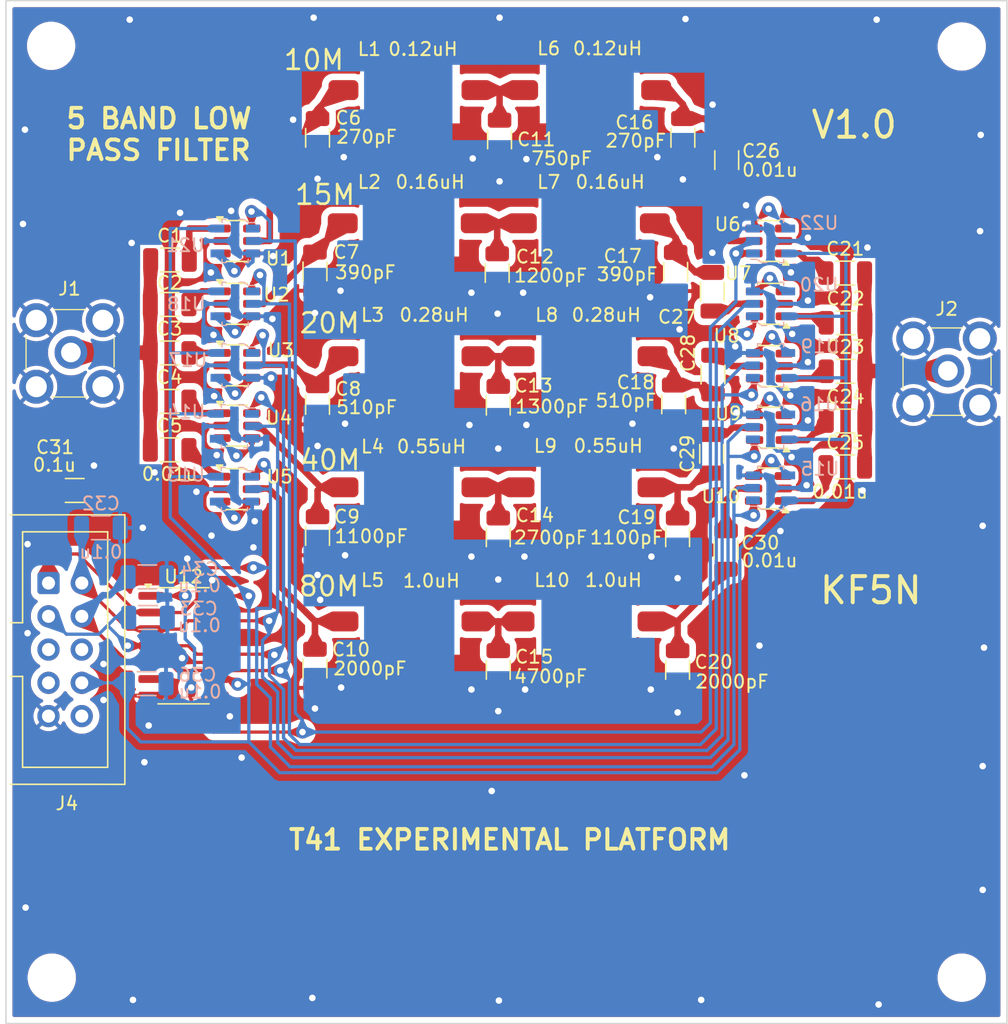
<source format=kicad_pcb>
(kicad_pcb (version 20240108) (generator "pcbnew") (generator_version "8.0")
  (layers (0 "F.Cu" signal) (31 "B.Cu" signal) (34 "B.Paste" user) (35 "F.Paste" user) (36 "B.SilkS" user "B.Silkscreen") (37 "F.SilkS" user "F.Silkscreen") (38 "B.Mask" user) (39 "F.Mask" user) (44 "Edge.Cuts" user))
  (net 0 "")
  (net 1 "Net-(C1-Pad1)")
  (net 2 "Net-(U1-RF1)")
  (net 3 "Net-(U2-RF1)")
  (net 4 "Net-(U3-RF1)")
  (net 5 "Net-(U4-RF1)")
  (net 6 "Net-(U5-RF1)")
  (net 7 "Net-(U1-RFC)")
  (net 8 "GND")
  (net 9 "Net-(U2-RFC)")
  (net 10 "Net-(U3-RFC)")
  (net 11 "Net-(U4-RFC)")
  (net 12 "Net-(U5-RFC)")
  (net 13 "Net-(C11-Pad1)")
  (net 14 "Net-(C12-Pad1)")
  (net 15 "Net-(C13-Pad1)")
  (net 16 "Net-(C14-Pad1)")
  (net 17 "Net-(C15-Pad1)")
  (net 18 "Net-(U6-RFC)")
  (net 19 "Net-(U7-RFC)")
  (net 20 "Net-(U8-RFC)")
  (net 21 "Net-(U9-RFC)")
  (net 22 "Net-(U10-RFC)")
  (net 23 "Net-(U6-RF1)")
  (net 24 "Net-(C21-Pad2)")
  (net 25 "Net-(U7-RF1)")
  (net 26 "Net-(U8-RF1)")
  (net 27 "Net-(U9-RF1)")
  (net 28 "Net-(U10-RF1)")
  (net 29 "/10M_INV_IN")
  (net 30 "/80M_ON")
  (net 31 "/40M_ON")
  (net 32 "/20M_ON")
  (net 33 "/10M_ON")
  (net 37 "/15M_INV_IN")
  (net 38 "/15M_ON")
  (net 40 "/20M_INV_IN")
  (net 42 "/10M_INV_OUT")
  (net 49 "/15M_INV_OUT")
  (net 50 "/3_3V")
  (net 54 "/80M_INV_IN")
  (net 55 "/40M_INV_IN")
  (net 56 "/80M_INV_OUT")
  (net 57 "/20M_INV_OUT")
  (net 58 "/40M_INV_OUT")
  (net 59 "Net-(C16-Pad1)")
  (net 60 "Net-(C17-Pad1)")
  (net 61 "Net-(C18-Pad1)")
  (net 62 "Net-(C19-Pad1)")
  (net 63 "Net-(C20-Pad1)")
  (footprint "Package_TO_SOT_SMD:SOT-23-6" (layer "F.Cu") (at 158.4325 89.46 180)
    (property "Reference" "U6")
    (property "Value" "MASWSS0179" (hide yes))
  )
  (footprint "Capacitor_SMD:C_1206_3216Metric" (layer "F.Cu") (at 137.69 91.91 -90)
    (property "Reference" "C12")
    (property "Value" "1200pF")
  )
  (footprint "Package_TO_SOT_SMD:SOT-23-6" (layer "F.Cu") (at 158.4825 94.26 180)
    (property "Reference" "U7")
    (property "Value" "MASWSS0179" (hide yes))
  )
  (footprint "Package_TO_SOT_SMD:SOT-23-6" (layer "F.Cu") (at 117.8075 103.56)
    (property "Reference" "U4")
    (property "Value" "MASWSS0179" (hide yes))
  )
  (footprint "Capacitor_SMD:C_1206_3216Metric" (layer "F.Cu") (at 137.87 81.71 -90)
    (property "Reference" "C11")
    (property "Value" "750pF")
  )
  (footprint "Toroid_SMD:Toroid_SMD" (layer "F.Cu") (at 131.028 118.51)
    (property "Reference" "L5")
    (property "Value" "1.0uH")
  )
  (footprint "Toroid_SMD:Toroid_SMD" (layer "F.Cu") (at 144.65 88.11)
    (property "Reference" "L7")
    (property "Value" "0.16uH")
  )
  (footprint "Capacitor_SMD:C_1206_3216Metric" (layer "F.Cu") (at 137.77 112.085 -90)
    (property "Reference" "C14")
    (property "Value" "2700pF")
  )
  (footprint "Capacitor_SMD:C_1206_3216Metric" (layer "F.Cu") (at 151.47 122.215 -90)
    (property "Reference" "C20")
    (property "Value" "2000pF")
  )
  (footprint "Capacitor_SMD:C_1206_3216Metric" (layer "F.Cu") (at 105.42 108.51 180)
    (property "Reference" "C31")
    (property "Value" "0.1u")
  )
  (footprint "Capacitor_SMD:C_1206_3216Metric" (layer "F.Cu") (at 164.295 103.21)
    (property "Reference" "C24")
    (property "Value" "0.01u")
  )
  (footprint "MountingHole:MountingHole_3.2mm_M3" (layer "F.Cu") (at 103.62 74.56)
    (property "Reference" "H1" (hide yes))
    (property "Value" "MountingHole" (hide yes))
  )
  (footprint "Package_TO_SOT_SMD:SOT-23-6" (layer "F.Cu") (at 158.4825 99.01 180)
    (property "Reference" "U8")
    (property "Value" "MASWSS0179" (hide yes))
  )
  (footprint "Package_TO_SOT_SMD:SOT-23-6" (layer "F.Cu") (at 117.8075 98.96)
    (property "Reference" "U3")
    (property "Value" "MASWSS0179" (hide yes))
  )
  (footprint "Toroid_SMD:Toroid_SMD" (layer "F.Cu") (at 144.474 118.51)
    (property "Reference" "L10")
    (property "Value" "1.0uH")
  )
  (footprint "Capacitor_SMD:C_1206_3216Metric" (layer "F.Cu") (at 164.295 95.71)
    (property "Reference" "C22")
    (property "Value" "0.01u")
  )
  (footprint "Toroid_SMD:Toroid_SMD" (layer "F.Cu") (at 130.97 88.11)
    (property "Reference" "L2")
    (property "Value" "0.16uH")
  )
  (footprint "Capacitor_SMD:C_1206_3216Metric" (layer "F.Cu") (at 154.12 93.335 -90)
    (property "Reference" "C27")
    (property "Value" "0.01u")
  )
  (footprint "Capacitor_SMD:C_1206_3216Metric" (layer "F.Cu") (at 151.87 81.585 -90)
    (property "Reference" "C16")
    (property "Value" "270pF")
  )
  (footprint "Toroid_SMD:Toroid_SMD" (layer "F.Cu") (at 131.028 108.27)
    (property "Reference" "L4")
    (property "Value" "0.55uH")
  )
  (footprint "MountingHole:MountingHole_3.2mm_M3" (layer "F.Cu") (at 173.17 74.61)
    (property "Reference" "H2" (hide yes))
    (property "Value" "MountingHole" (hide yes))
  )
  (footprint "Capacitor_SMD:C_1206_3216Metric" (layer "F.Cu") (at 123.77 122.11 -90)
    (property "Reference" "C10")
    (property "Value" "2000pF")
  )
  (footprint "Capacitor_SMD:C_1206_3216Metric" (layer "F.Cu") (at 137.77 122.215 -90)
    (property "Reference" "C15")
    (property "Value" "4700pF")
  )
  (footprint "Capacitor_SMD:C_1206_3216Metric" (layer "F.Cu") (at 112.695 90.91)
    (property "Reference" "C1")
    (property "Value" "0.01u")
  )
  (footprint "Capacitor_SMD:C_1206_3216Metric" (layer "F.Cu") (at 112.67 105.41)
    (property "Reference" "C5")
    (property "Value" "0.01u")
  )
  (footprint "digikey-footprints:RF_SMA_Vertical_5-1814832-1" (layer "F.Cu") (at 105.03 98.05)
    (property "Reference" "J1")
    (property "Value" "5-1814832-1" (hide yes))
  )
  (footprint "Capacitor_SMD:C_1206_3216Metric" (layer "F.Cu") (at 123.97 111.985 -90)
    (property "Reference" "C9")
    (property "Value" "1100pF")
  )
  (footprint "Capacitor_SMD:C_1206_3216Metric" (layer "F.Cu") (at 164.27 91.91)
    (property "Reference" "C21")
    (property "Value" "0.01u")
  )
  (footprint "Capacitor_SMD:C_1206_3216Metric" (layer "F.Cu") (at 112.67 101.71)
    (property "Reference" "C4")
    (property "Value" "0.01u")
  )
  (footprint "Capacitor_SMD:C_1206_3216Metric" (layer "F.Cu") (at 123.97 81.585 -90)
    (property "Reference" "C6")
    (property "Value" "270pF")
  )
  (footprint "Capacitor_SMD:C_1206_3216Metric" (layer "F.Cu") (at 137.77 102.035 -90)
    (property "Reference" "C13")
    (property "Value" "1300pF")
  )
  (footprint "Capacitor_SMD:C_1206_3216Metric" (layer "F.Cu") (at 151.32 91.81 -90)
    (property "Reference" "C17")
    (property "Value" "390pF")
  )
  (footprint "Toroid_SMD:Toroid_SMD" (layer "F.Cu") (at 144.474 108.27)
    (property "Reference" "L9")
    (property "Value" "0.55uH")
  )
  (footprint "Connector_IDC:IDC-Header_2x05_P2.54mm_Vertical" (layer "F.Cu") (at 103.42 115.58)
    (property "Reference" "J4")
    (property "Value" "Conn_02x05_Odd_Even" (hide yes))
  )
  (footprint "digikey-footprints:RF_SMA_Vertical_5-1814832-1" (layer "F.Cu") (at 172.01 99.45)
    (property "Reference" "J2")
    (property "Value" "5-1814832-1" (hide yes))
  )
  (footprint "Package_TO_SOT_SMD:SOT-23-6" (layer "F.Cu") (at 158.4825 103.71 180)
    (property "Reference" "U9")
    (property "Value" "MASWSS0179" (hide yes))
  )
  (footprint "Package_SO:SOIC-14_3.9x8.7mm_P1.27mm" (layer "F.Cu") (at 113.7338 120.37)
    (property "Reference" "U12")
    (property "Value" "4002" (hide yes))
  )
  (footprint "Package_TO_SOT_SMD:SOT-23-6" (layer "F.Cu") (at 117.8075 94.26)
    (property "Reference" "U2")
    (property "Value" "MASWSS0179" (hide yes))
  )
  (footprint "Capacitor_SMD:C_1206_3216Metric" (layer "F.Cu") (at 155.22 83.285 -90)
    (property "Reference" "C26")
    (property "Value" "0.01u")
  )
  (footprint "Toroid_SMD:Toroid_SMD" (layer "F.Cu") (at 131.028 98.26)
    (property "Reference" "L3")
    (property "Value" "0.28uH")
  )
  (footprint "MountingHole:MountingHole_3.2mm_M3" (layer "F.Cu") (at 173.17 145.71)
    (property "Reference" "H3" (hide yes))
    (property "Value" "MountingHole" (hide yes))
  )
  (footprint "Toroid_SMD:Toroid_SMD" (layer "F.Cu") (at 144.474 98.26)
    (property "Reference" "L8")
    (property "Value" "0.28uH")
  )
  (footprint "Capacitor_SMD:C_1206_3216Metric" (layer "F.Cu") (at 155.17 113.06 90)
    (property "Reference" "C30")
    (property "Value" "0.01u")
  )
  (footprint "Capacitor_SMD:C_1206_3216Metric" (layer "F.Cu") (at 151.17 101.935 -90)
    (property "Reference" "C18")
    (property "Value" "510pF")
  )
  (footprint "Capacitor_SMD:C_1206_3216Metric" (layer "F.Cu") (at 123.97 101.985 -90)
    (property "Reference" "C8")
    (property "Value" "510pF")
  )
  (footprint "Toroid_SMD:Toroid_SMD" (layer "F.Cu") (at 144.75 77.94)
    (property "Reference" "L6")
    (property "Value" "0.12uH")
  )
  (footprint "Toroid_SMD:Toroid_SMD" (layer "F.Cu") (at 131.028 77.94)
    (property "Reference" "L1")
    (property "Value" "0.12uH")
  )
  (footprint "Capacitor_SMD:C_1206_3216Metric" (layer "F.Cu") (at 123.77 91.785 -90)
    (property "Reference" "C7")
    (property "Value" "390pF")
  )
  (footprint "MountingHole:MountingHole_3.2mm_M3" (layer "F.Cu") (at 103.67 145.71)
    (property "Reference" "H4" (hide yes))
    (property "Value" "MountingHole" (hide yes))
  )
  (footprint "Capacitor_SMD:C_1206_3216Metric" (layer "F.Cu") (at 151.47 112.085 -90)
    (property "Reference" "C19")
    (property "Value" "1100pF")
  )
  (footprint "Package_TO_SOT_SMD:SOT-23-6" (layer "F.Cu") (at 117.7825 108.41)
    (property "Reference" "U5")
    (property "Value" "MASWSS0179" (hide yes))
  )
  (footprint "Capacitor_SMD:C_1206_3216Metric" (layer "F.Cu") (at 112.67 94.31)
    (property "Reference" "C2")
    (property "Value" "0.01u")
  )
  (footprint "Capacitor_SMD:C_1206_3216Metric" (layer "F.Cu") (at 164.27 106.71)
    (property "Reference" "C25")
    (property "Value" "0.01u")
  )
  (footprint "Capacitor_SMD:C_1206_3216Metric" (layer "F.Cu") (at 154.17 99.66 90)
    (property "Reference" "C28")
    (property "Value" "0.01u" (hide yes))
  )
  (footprint "Capacitor_SMD:C_1206_3216Metric" (layer "F.Cu") (at 164.295 99.41)
    (property "Reference" "C23")
    (property "Value" "0.01u")
  )
  (footprint "Package_TO_SOT_SMD:SOT-23-6" (layer "F.Cu") (at 158.4075 108.36 180)
    (property "Reference" "U10")
    (property "Value" "MASWSS0179" (hide yes))
  )
  (footprint "Capacitor_SMD:C_1206_3216Metric" (layer "F.Cu") (at 154.07 105.71 90)
    (property "Reference" "C29")
    (property "Value" "0.01u" (hide yes))
  )
  (footprint "Package_TO_SOT_SMD:SOT-23-6" (layer "F.Cu") (at 117.8075 89.46)
    (property "Reference" "U1")
    (property "Value" "MASWSS0179" (hide yes))
  )
  (footprint "Capacitor_SMD:C_1206_3216Metric" (layer "F.Cu") (at 112.67 98.01)
    (property "Reference" "C3")
    (property "Value" "0.01u")
  )
  (footprint "digikey-footprints:SOT-353" (layer "B.Cu") (at 117.67 98.96 -90)
    (property "Reference" "U17")
    (property "Value" "74LVC1G04" (hide yes))
  )
  (footprint "digikey-footprints:SOT-353" (layer "B.Cu") (at 117.67 89.46 -90)
    (property "Reference" "U21")
    (property "Value" "74LVC1G04" (hide yes))
  )
  (footprint "Capacitor_SMD:C_1206_3216Metric" (layer "B.Cu") (at 110.92 123.26 180)
    (property "Reference" "C36")
    (property "Value" "0.1u")
  )
  (footprint "digikey-footprints:SOT-353" (layer "B.Cu") (at 117.62 103.61 -90)
    (property "Reference" "U14")
    (property "Value" "74LVC1G04" (hide yes))
  )
  (footprint "digikey-footprints:SOT-353" (layer "B.Cu") (at 158.57 89.46 90)
    (property "Reference" "U22")
    (property "Value" "74LVC1G04" (hide yes))
  )
  (footprint "digikey-footprints:SOT-353" (layer "B.Cu") (at 158.57 103.66 90)
    (property "Reference" "U16")
    (property "Value" "74LVC1G04")
  )
  (footprint "digikey-footprints:SOT-353" (layer "B.Cu") (at 117.62 108.41 -90)
    (property "Reference" "U13")
    (property "Value" "74LVC1G04")
  )
  (footprint "digikey-footprints:SOT-353" (layer "B.Cu") (at 117.67 94.26 -90)
    (property "Reference" "U18")
    (property "Value" "74LVC1G04" (hide yes))
  )
  (footprint "Capacitor_SMD:C_1206_3216Metric" (layer "B.Cu") (at 111.02 118.21 180)
    (property "Reference" "C33")
    (property "Value" "0.1u")
  )
  (footprint "digikey-footprints:SOT-353" (layer "B.Cu") (at 158.57 98.96 90)
    (property "Reference" "U19")
    (property "Value" "74LVC1G04" (hide yes))
  )
  (footprint "digikey-footprints:SOT-353" (layer "B.Cu") (at 158.57 108.31 90)
    (property "Reference" "U15")
    (property "Value" "74LVC1G04")
  )
  (footprint "Capacitor_SMD:C_1206_3216Metric" (layer "B.Cu") (at 110.97 115.11 180)
    (property "Reference" "C34")
    (property "Value" "0.1u")
  )
  (footprint "digikey-footprints:SOT-353" (layer "B.Cu") (at 158.57 94.26 90)
    (property "Reference" "U20")
    (property "Value" "74LVC1G04")
  )
  (footprint "Capacitor_SMD:C_1206_3216Metric" (layer "B.Cu") (at 107.42 111.36 180)
    (property "Reference" "C32")
    (property "Value" "0.1u")
  )
  (gr_rect (start 100.17 71.11) (end 176.62 149.21) (stroke (width 0.1)) (fill none) (layer "Edge.Cuts"))
  (gr_text "T41 EXPERIMENTAL PLATFORM" (at 121.62 136.06 0) (layer "F.SilkS") (effects (font (size 1.5 1.5) (thickness 0.3) (bold yes)) (justify left bottom)))
  (gr_text "20M" (at 122.47 96.61 0) (layer "F.SilkS") (effects (font (size 1.5 1.5) (thickness 0.2)) (justify left bottom)))
  (gr_text "40M" (at 122.52 107.06 0) (layer "F.SilkS") (effects (font (size 1.5 1.5) (thickness 0.2)) (justify left bottom)))
  (gr_text "5 BAND LOW\nPASS FILTER" (at 104.63 83.41 0) (layer "F.SilkS") (effects (font (size 1.5 1.5) (thickness 0.3) (bold yes)) (justify left bottom)))
  (gr_text "15M" (at 122.12 86.81 0) (layer "F.SilkS") (effects (font (size 1.5 1.5) (thickness 0.2)) (justify left bottom)))
  (gr_text "KF5N" (at 162.17 117.31 0) (layer "F.SilkS") (effects (font (size 2 2) (thickness 0.3) (bold yes)) (justify left bottom)))
  (gr_text "10M" (at 121.27 76.51 0) (layer "F.SilkS") (effects (font (size 1.5 1.5) (thickness 0.2)) (justify left bottom)))
  (gr_text "V1.0" (at 161.52 81.76 0) (layer "F.SilkS") (effects (font (size 2 2) (thickness 0.3) (bold yes)) (justify left bottom)))
  (gr_text "80M" (at 122.42 116.71 0) (layer "F.SilkS") (effects (font (size 1.5 1.5) (thickness 0.2)) (justify left bottom)))
  (segment (start 105.13 97.975) (end 111.16 97.975) (width 1) (layer "F.Cu") (net 1))
  (segment (start 111.195 94.31) (end 111.195 90.935) (width 1) (layer "F.Cu") (net 1))
  (segment (start 111.195 101.71) (end 111.195 105.41) (width 1) (layer "F.Cu") (net 1))
  (segment (start 111.195 98.01) (end 111.195 94.31) (width 1) (layer "F.Cu") (net 1))
  (segment (start 111.195 98.01) (end 111.195 101.71) (width 1) (layer "F.Cu") (net 1))
  (segment (start 114.17 88.51) (end 116.67 88.51) (width 0.5) (layer "F.Cu") (net 2))
  (segment (start 114.17 90.91) (end 114.17 88.51) (width 0.5) (layer "F.Cu") (net 2))
  (segment (start 115.145 93.31) (end 114.145 94.31) (width 0.5) (layer "F.Cu") (net 3))
  (segment (start 116.67 93.31) (end 115.145 93.31) (width 0.5) (layer "F.Cu") (net 3))
  (segment (start 116.67 98.01) (end 114.145 98.01) (width 0.5) (layer "F.Cu") (net 4))
  (segment (start 116.67 102.61) (end 115.045 102.61) (width 0.5) (layer "F.Cu") (net 5))
  (segment (start 115.045 102.61) (end 114.145 101.71) (width 0.5) (layer "F.Cu") (net 5))
  (segment (start 116.145 107.41) (end 116.67 107.41) (width 0.5) (layer "F.Cu") (net 6))
  (segment (start 114.145 105.41) (end 116.145 107.41) (width 0.5) (layer "F.Cu") (net 6))
  (segment (start 118.945 89.46) (end 120.32 89.46) (width 0.5) (layer "F.Cu") (net 7))
  (segment (start 120.32 83.76) (end 123.97 80.11) (width 0.5) (layer "F.Cu") (net 7))
  (segment (start 120.32 89.46) (end 120.32 83.76) (width 0.5) (layer "F.Cu") (net 7))
  (segment (start 125.44 77.94) (end 123.97 79.41) (width 0.5) (layer "F.Cu") (net 7))
  (segment (start 123.97 79.41) (end 123.97 80.11) (width 0.5) (layer "F.Cu") (net 7))
  (segment (start 116.2088 120.37) (end 117.51 120.37) (width 0.25) (layer "F.Cu") (net 8))
  (segment (start 117.51 119.1) (end 117.97 119.56) (width 0.25) (layer "F.Cu") (net 8))
  (segment (start 116.2088 121.64) (end 113.95 121.64) (width 0.25) (layer "F.Cu") (net 8))
  (segment (start 113.95 121.64) (end 113.62 121.31) (width 0.25) (layer "F.Cu") (net 8))
  (segment (start 117.51 120.37) (end 117.97 119.91) (width 0.25) (layer "F.Cu") (net 8))
  (segment (start 117.97 119.56) (end 117.97 119.91) (width 0.25) (layer "F.Cu") (net 8))
  (segment (start 116.2088 119.1) (end 117.51 119.1) (width 0.25) (layer "F.Cu") (net 8))
  (via (at 151.17 105.31) (size 1) (drill 0.5) (layers "F.Cu" "B.Cu") (net 8))
  (via (at 123.97 105.11) (size 1) (drill 0.5) (layers "F.Cu" "B.Cu") (net 8))
  (via (at 101.47 88.16) (size 1) (drill 0.5) (layers "F.Cu" "B.Cu") (net 8))
  (via (at 101.82 119.41) (size 1) (drill 0.5) (layers "F.Cu" "B.Cu") (net 8))
  (via (at 123.57 147.26) (size 1) (drill 0.5) (layers "F.Cu" "B.Cu") (net 8))
  (via (at 155.97 102.56) (size 1) (drill 0.5) (layers "F.Cu" "B.Cu") (net 8))
  (via (at 106.89 106.61) (size 1) (drill 0.5) (layers "F.Cu" "B.Cu") (net 8))
  (via (at 107.62 121.76) (size 1) (drill 0.5) (layers "F.Cu" "B.Cu") (net 8))
  (via (at 165.97 89.96) (size 1) (drill 0.5) (layers "F.Cu" "B.Cu") (net 8))
  (via (at 139.82 123.71) (size 1) (drill 0.5) (layers "F.Cu" "B.Cu") (net 8))
  (via (at 149.42 123.71) (size 1) (drill 0.5) (layers "F.Cu" "B.Cu") (net 8))
  (via (at 116.27 105.81) (size 1) (drill 0.5) (layers "F.Cu" "B.Cu") (net 8))
  (via (at 114.72 108.61) (size 1) (drill 0.5) (layers "F.Cu" "B.Cu") (net 8))
  (via (at 137.87 72.41) (size 1) (drill 0.5) (layers "F.Cu" "B.Cu") (net 8))
  (via (at 161.42 103.16) (size 1) (drill 0.5) (layers "F.Cu" "B.Cu") (net 8))
  (via (at 137.77 115.31) (size 1) (drill 0.5) (layers "F.Cu" "B.Cu") (net 8))
  (via (at 117.37 87.16) (size 1) (drill 0.5) (layers "F.Cu" "B.Cu") (net 8))
  (via (at 137.82 147.46) (size 1) (drill 0.5) (layers "F.Cu" "B.Cu") (net 8))
  (via (at 139.92 103.51) (size 1) (drill 0.5) (layers "F.Cu" "B.Cu") (net 8))
  (via (at 110.62 111.36) (size 1) (drill 0.5) (layers "F.Cu" "B.Cu") (net 8))
  (via (at 110.745 129.26) (size 1) (drill 0.5) (layers "F.Cu" "B.Cu") (net 8))
  (via (at 166.82 147.76) (size 1) (drill 0.5) (layers "F.Cu" "B.Cu") (net 8))
  (via (at 165.595 108.51) (size 1) (drill 0.5) (layers "F.Cu" "B.Cu") (net 8))
  (via (at 139.77 113.56) (size 1) (drill 0.5) (layers "F.Cu" "B.Cu") (net 8))
  (via (at 109.62 72.56) (size 1) (drill 0.5) (layers "F.Cu" "B.Cu") (net 8))
  (via (at 120.52 95.41) (size 1) (drill 0.5) (layers "F.Cu" "B.Cu") (net 8))
  (via (at 151.47 115.21) (size 1) (drill 0.5) (layers "F.Cu" "B.Cu") (net 8))
  (via (at 151.87 84.76) (size 1) (drill 0.5) (layers "F.Cu" "B.Cu") (net 8))
  (via (at 111.52 107.135) (size 1) (drill 0.5) (layers "F.Cu" "B.Cu") (net 8))
  (via (at 123.97 84.71) (size 1) (drill 0.5) (layers "F.Cu" "B.Cu") (net 8))
  (via (at 174.87 120.51) (size 1) (drill 0.5) (layers "F.Cu" "B.Cu") (net 8))
  (via (at 111.07 126.46) (size 1) (drill 0.5) (layers "F.Cu" "B.Cu") (net 8))
  (via (at 161.42 98.71) (size 1) (drill 0.5) (layers "F.Cu" "B.Cu") (net 8))
  (via (at 139.67 93.41) (size 1) (drill 0.5) (layers "F.Cu" "B.Cu") (net 8))
  (via (at 160.17 105.96) (size 1) (drill 0.5) (layers "F.Cu" "B.Cu") (net 8))
  (via (at 118.17 128.91) (size 1) (drill 0.5) (layers "F.Cu" "B.Cu") (net 8))
  (via (at 116.07 101.31) (size 1) (drill 0.5) (layers "F.Cu" "B.Cu") (net 8))
  (via (at 135.72 123.71) (size 1) (drill 0.5) (layers "F.Cu" "B.Cu") (net 8))
  (via (at 119.07 112.86) (size 1) (drill 0.5) (layers "F.Cu" "B.Cu") (net 8))
  (via (at 135.72 113.56) (size 1) (drill 0.5) (layers "F.Cu" "B.Cu") (net 8))
  (via (at 159.32 111.61) (size 1) (drill 0.5) (layers "F.Cu" "B.Cu") (net 8))
  (via (at 160.22 96.56) (size 1) (drill 0.5) (layers "F.Cu" "B.Cu") (net 8))
  (via (at 123.67 72.41) (size 1) (drill 0.5) (layers "F.Cu" "B.Cu") (net 8))
  (via (at 161.42 94.01) (size 1) (drill 0.5) (layers "F.Cu" "B.Cu") (net 8))
  (via (at 123.97 114.96) (size 1) (drill 0.5) (layers "F.Cu" "B.Cu") (net 8))
  (via (at 160.12 91.86) (size 1) (drill 0.5) (layers "F.Cu" "B.Cu") (net 8))
  (via (at 124.17 116.86) (size 1) (drill 0.5) (layers "F.Cu" "B.Cu") (net 8))
  (via (at 154.14 79.05) (size 1) (drill 0.5) (layers "F.Cu" "B.Cu") (net 8))
  (via (at 156.57 130.26) (size 1) (drill 0.5) (layers "F.Cu" "B.Cu") (net 8))
  (via (at 109.87 147.41) (size 1) (drill 0.5) (layers "F.Cu" "B.Cu") (net 8))
  (via (at 149.47 113.56) (size 1) (drill 0.5) (layers "F.Cu" "B.Cu") (net 8))
  (via (at 126.07 113.46) (size 1) (drill 0.5) (layers "F.Cu" "B.Cu") (net 8))
  (via (at 116.02 96.63) (size 1) (drill 0.5) (layers "F.Cu" "B.Cu") (net 8))
  (via (at 137.72 95.01) (size 1) (drill 0.5) (layers "F.Cu" "B.Cu") (net 8))
  (via (at 137.27 131.46) (size 1) (drill 0.5) (layers "F.Cu" "B.Cu") (net 8))
  (via (at 137.87 84.91) (size 1) (drill 0.5) (layers "F.Cu" "B.Cu") (net 8))
  (via (at 114.02 113.71) (size 1) (drill 0.5) (layers "F.Cu" "B.Cu") (net 8))
  (via (at 120.57 90.61) (size 1) (drill 0.5) (layers "F.Cu" "B.Cu") (net 8))
  (via (at 151.62 96.21) (size 1) (drill 0.5) (layers "F.Cu" "B.Cu") (net 8))
  (via (at 149.37 93.76) (size 1) (drill 0.5) (layers "F.Cu" "B.Cu") (net 8))
  (via (at 113.62 121.31) (size 1) (drill 0.5) (layers "F.Cu" "B.Cu") (net 8))
  (via (at 113.47 87.31) (size 1) (drill 0.5) (layers "F.Cu" "B.Cu") (net 8))
  (via (at 115.92 115.36) (size 1) (drill 0.5) (layers "F.Cu" "B.Cu") (net 8))
  (via (at 139.92 83.21) (size 1) (drill 0.5) (layers "F.Cu" "B.Cu") (net 8))
  (via (at 156.695 86.735) (size 1) (drill 0.5) (layers "F.Cu" "B.Cu") (net 8))
  (via (at 119.17 110.86) (size 1) (drill 0.5) (layers "F.Cu" "B.Cu") (net 8))
  (via (at 125.97 83.06) (size 1) (drill 0.5) (layers "F.Cu" "B.Cu") (net 8))
  (via (at 153.27 147.41) (size 1) (drill 0.5) (layers "F.Cu" "B.Cu") (net 8))
  (via (at 174.62 81.36) (size 1) (drill 0.5) (layers "F.Cu" "B.Cu") (net 8))
  (via (at 120.42 99.91) (size 1) (drill 0.5) (layers "F.Cu" "B.Cu") (net 8))
  (via (at 174.77 111.21) (size 1) (drill 0.5) (layers "F.Cu" "B.Cu") (net 8))
  (via (at 157.72 120.36) (size 1) (drill 0.5) (layers "F.Cu" "B.Cu") (net 8))
  (via (at 166.67 72.56) (size 1) (drill 0.5) (layers "F.Cu" "B.Cu") (net 8))
  (via (at 161.42 89.21) (size 1) (drill 0.5) (layers "F.Cu" "B.Cu") (net 8))
  (via (at 154.12 90.36) (size 1) (drill 0.5) (layers "F.Cu" "B.Cu") (net 8))
  (via (at 174.77 139.01) (size 1) (drill 0.5) (layers "F.Cu" "B.Cu") (net 8))
  (via (at 148.02 103.41) (size 1) (drill 0.5) (layers "F.Cu" "B.Cu") (net 8))
  (via (at 135.82 83.16) (size 1) (drill 0.5) (layers "F.Cu" "B.Cu") (net 8))
  (via (at 135.57 103.51) (size 1) (drill 0.5) (layers "F.Cu" "B.Cu") (net 8))
  (via (at 101.82 112.61) (size 1) (drill 0.5) (layers "F.Cu" "B.Cu") (net 8))
  (via (at 122.1 80.2) (size 1) (drill 0.5) (layers "F.Cu" "B.Cu") (net 8))
  (via (at 123.77 94.96) (size 1) (drill 0.5) (layers "F.Cu" "B.Cu") (net 8))
  (via (at 126.07 103.41) (size 1) (drill 0.5) (layers "F.Cu" "B.Cu") (net 8))
  (via (at 174.57 88.71) (size 1) (drill 0.5) (layers "F.Cu" "B.Cu") (net 8))
  (via (at 155.87 97.51) (size 1) (drill 0.5) (layers "F.Cu" "B.Cu") (net 8))
  (via (at 160.07 101.26) (size 1) (drill 0.5) (layers "F.Cu" "B.Cu") (net 8))
  (via (at 109.77 89.61) (size 1) (drill 0.5) (layers "F.Cu" "B.Cu") (net 8))
  (via (at 115.87 111.96) (size 1) (drill 0.5) (layers "F.Cu" "B.Cu") (net 8))
  (via (at 174.77 129.56) (size 1) (drill 0.5) (layers "F.Cu" "B.Cu") (net 8))
  (via (at 151.47 125.46) (size 1) (drill 0.5) (layers "F.Cu" "B.Cu") (net 8))
  (via (at 125.77 123.56) (size 1) (drill 0.5) (layers "F.Cu" "B.Cu") (net 8))
  (via (at 152.07 72.51) (size 1) (drill 0.5) (layers "F.Cu" "B.Cu") (net 8))
  (via (at 107.62 124.51) (size 1) (drill 0.5) (layers "F.Cu" "B.Cu") (net 8))
  (via (at 135.72 93.41) (size 1) (drill 0.5) (layers "F.Cu" "B.Cu") (net 8))
  (via (at 123.77 125.16) (size 1) (drill 0.5) (layers "F.Cu" "B.Cu") (net 8))
  (via (at 161.32 108.11) (size 1) (drill 0.5) (layers "F.Cu" "B.Cu") (net 8))
  (via (at 117.27 125.76) (size 1) (drill 0.5) (layers "F.Cu" "B.Cu") (net 8))
  (via (at 149.92 83.06) (size 1) (drill 0.5) (layers "F.Cu" "B.Cu") (net 8))
  (via (at 101.67 140.36) (size 1) (drill 0.5) (layers "F.Cu" "B.Cu") (net 8))
  (via (at 115.82 91.87) (size 1) (drill 0.5) (layers "F.Cu" "B.Cu") (net 8))
  (via (at 137.77 125.36) (size 1) (drill 0.5) (layers "F.Cu" "B.Cu") (net 8))
  (via (at 125.72 93.26) (size 1) (drill 0.5) (layers "F.Cu" "B.Cu") (net 8))
  (via (at 101.62 80.96) (size 1) (drill 0.5) (layers "F.Cu" "B.Cu") (net 8))
  (via (at 137.77 105.31) (size 1) (drill 0.5) (layers "F.Cu" "B.Cu") (net 8))
  (segment (start 158.67 95.61) (end 159.07 96.01) (width 0.25) (layer "B.Cu") (net 8))
  (segment (start 115.77 101.31) (end 115.37 100.91) (width 0.25) (layer "B.Cu") (net 8))
  (segment (start 160.22 96.56) (end 159.67 96.01) (width 0.25) (layer "B.Cu") (net 8))
  (segment (start 159.07 100.61) (end 159.72 101.26) (width 0.25) (layer "B.Cu") (net 8))
  (segment (start 115.37 100.91) (end 115.37 99.01) (width 0.25) (layer "B.Cu") (net 8))
  (segment (start 159.07 100.61) (end 158.57 100.11) (width 0.25) (layer "B.Cu") (net 8))
  (segment (start 115.235 105.375) (end 115.235 103.61) (width 0.25) (layer "B.Cu") (net 8))
  (segment (start 159.07 105.51) (end 158.57 105.01) (width 0.25) (layer "B.Cu") (net 8))
  (segment (start 116.27 105.81) (end 115.67 105.81) (width 0.25) (layer "B.Cu") (net 8))
  (segment (start 116.07 101.31) (end 115.77 101.31) (width 0.25) (layer "B.Cu") (net 8))
  (segment (start 159.92 105.96) (end 159.47 105.51) (width 0.25) (layer "B.Cu") (net 8))
  (segment (start 115.79 96.63) (end 115.27 96.11) (width 0.25) (layer "B.Cu") (net 8))
  (segment (start 158.57 100.11) (end 158.57 99.86) (width 0.25) (layer "B.Cu") (net 8))
  (segment (start 159.67 96.01) (end 159.07 96.01) (width 0.25) (layer "B.Cu") (net 8))
  (segment (start 115.27 96.11) (end 115.27 94.21) (width 0.25) (layer "B.Cu") (net 8))
  (segment (start 160.07 101.26) (end 159.72 101.26) (width 0.25) (layer "B.Cu") (net 8))
  (segment (start 160.17 105.96) (end 159.92 105.96) (width 0.25) (layer "B.Cu") (net 8))
  (segment (start 159.47 105.51) (end 159.07 105.51) (width 0.25) (layer "B.Cu") (net 8))
  (segment (start 115.67 105.81) (end 115.235 105.375) (width 0.25) (layer "B.Cu") (net 8))
  (segment (start 116.02 96.63) (end 115.79 96.63) (width 0.25) (layer "B.Cu") (net 8))
  (segment (start 119.84 94.26) (end 119.84 94.24) (width 0.5) (layer "F.Cu") (net 9))
  (segment (start 118.945 94.26) (end 119.84 94.26) (width 0.5) (layer "F.Cu") (net 9))
  (segment (start 119.84 94.24) (end 123.77 90.31) (width 0.5) (layer "F.Cu") (net 9))
  (segment (start 125.89 88.19) (end 123.77 90.31) (width 0.5) (layer "F.Cu") (net 9))
  (segment (start 122.07 98.91) (end 118.995 98.91) (width 0.5) (layer "F.Cu") (net 10))
  (segment (start 123.67 100.51) (end 122.07 98.91) (width 0.5) (layer "F.Cu") (net 10))
  (segment (start 123.97 100.238) (end 125.948 98.26) (width 0.5) (layer "F.Cu") (net 10))
  (segment (start 118.945 103.56) (end 119.506028 103.56) (width 0.5) (layer "F.Cu") (net 11))
  (segment (start 123.97 108.516028) (end 124.216028 108.27) (width 0.5) (layer "F.Cu") (net 11))
  (segment (start 124.216028 108.27) (end 125.948 108.27) (width 0.5) (layer "F.Cu") (net 11))
  (segment (start 119.506028 103.56) (end 124.216028 108.27) (width 0.5) (layer "F.Cu") (net 11))
  (segment (start 123.97 110.51) (end 123.97 108.516028) (width 0.5) (layer "F.Cu") (net 11))
  (segment (start 118.945 108.36) (end 120.22 108.36) (width 0.5) (layer "F.Cu") (net 12))
  (segment (start 121.17 109.31) (end 121.17 115.89) (width 0.5) (layer "F.Cu") (net 12))
  (segment (start 121.17 115.89) (end 123.77 118.49) (width 0.5) (layer "F.Cu") (net 12))
  (segment (start 123.77 120.635) (end 123.77 118.49) (width 0.5) (layer "F.Cu") (net 12))
  (segment (start 120.22 108.36) (end 121.17 109.31) (width 0.5) (layer "F.Cu") (net 12))
  (segment (start 123.77 118.49) (end 125.928 118.49) (width 0.5) (layer "F.Cu") (net 12))
  (segment (start 137.87 80.235) (end 137.87 78.09) (width 0.5) (layer "F.Cu") (net 13))
  (segment (start 136.108 77.94) (end 138.02 77.94) (width 0.5) (layer "F.Cu") (net 13))
  (segment (start 137.87 78.09) (end 138.02 77.94) (width 0.5) (layer "F.Cu") (net 13))
  (segment (start 138.02 77.94) (end 139.67 77.94) (width 0.5) (layer "F.Cu") (net 13))
  (segment (start 137.69 88.13) (end 137.67 88.11) (width 0.5) (layer "F.Cu") (net 14))
  (segment (start 137.67 88.11) (end 139.57 88.11) (width 0.5) (layer "F.Cu") (net 14))
  (segment (start 136.05 88.11) (end 137.67 88.11) (width 0.5) (layer "F.Cu") (net 14))
  (segment (start 137.69 90.435) (end 137.69 88.13) (width 0.5) (layer "F.Cu") (net 14))
  (segment (start 137.77 100.56) (end 137.77 98.26) (width 0.5) (layer "F.Cu") (net 15))
  (segment (start 136.108 98.26) (end 137.77 98.26) (width 0.5) (layer "F.Cu") (net 15))
  (segment (start 137.77 98.26) (end 139.394 98.26) (width 0.5) (layer "F.Cu") (net 15))
  (segment (start 137.87 108.27) (end 139.394 108.27) (width 0.5) (layer "F.Cu") (net 16))
  (segment (start 137.77 110.61) (end 137.77 108.37) (width 0.5) (layer "F.Cu") (net 16))
  (segment (start 136.108 108.27) (end 137.87 108.27) (width 0.5) (layer "F.Cu") (net 16))
  (segment (start 137.77 108.37) (end 137.87 108.27) (width 0.5) (layer "F.Cu") (net 16))
  (segment (start 137.77 120.74) (end 137.77 118.51) (width 0.5) (layer "F.Cu") (net 17))
  (segment (start 136.108 118.51) (end 137.77 118.51) (width 0.5) (layer "F.Cu") (net 17))
  (segment (start 137.77 118.51) (end 139.394 118.51) (width 0.5) (layer "F.Cu") (net 17))
  (segment (start 155.42 89.46) (end 155.22 89.26) (width 0.5) (layer "F.Cu") (net 18))
  (segment (start 157.295 89.46) (end 155.42 89.46) (width 0.5) (layer "F.Cu") (net 18))
  (segment (start 155.22 89.26) (end 155.22 84.76) (width 0.5) (layer "F.Cu") (net 18))
  (segment (start 154.12 94.81) (end 155.27 94.81) (width 0.5) (layer "F.Cu") (net 19))
  (segment (start 155.82 94.26) (end 157.345 94.26) (width 0.5) (layer "F.Cu") (net 19))
  (segment (start 155.27 94.81) (end 155.82 94.26) (width 0.5) (layer "F.Cu") (net 19))
  (segment (start 157.345 99.01) (end 155.62 99.01) (width 0.5) (layer "F.Cu") (net 20))
  (segment (start 155.62 99.01) (end 154.795 98.185) (width 0.5) (layer "F.Cu") (net 20))
  (segment (start 155.67 103.71) (end 157.345 103.71) (width 0.5) (layer "F.Cu") (net 21))
  (segment (start 155.145 104.235) (end 155.67 103.71) (width 0.5) (layer "F.Cu") (net 21))
  (segment (start 154.07 104.235) (end 155.145 104.235) (width 0.5) (layer "F.Cu") (net 21))
  (segment (start 155.17 111.585) (end 155.17 109.26) (width 0.5) (layer "F.Cu") (net 22))
  (segment (start 155.17 109.26) (end 156.07 108.36) (width 0.5) (layer "F.Cu") (net 22))
  (segment (start 156.07 108.36) (end 157.27 108.36) (width 0.5) (layer "F.Cu") (net 22))
  (segment (start 160.77 90.41) (end 161.27 90.91) (width 0.5) (layer "F.Cu") (net 23))
  (segment (start 162.795 91.535) (end 162.17 90.91) (width 0.5) (layer "F.Cu") (net 23))
  (segment (start 162.17 90.91) (end 161.27 90.91) (width 0.5) (layer "F.Cu") (net 23))
  (segment (start 159.57 90.41) (end 160.77 90.41) (width 0.5) (layer "F.Cu") (net 23))
  (segment (start 165.77 99.41) (end 165.77 103.21) (width 1) (layer "F.Cu") (net 24))
  (segment (start 165.77 103.21) (end 165.77 106.685) (width 1) (layer "F.Cu") (net 24))
  (segment (start 165.77 95.71) (end 165.77 91.935) (width 1) (layer "F.Cu") (net 24))
  (segment (start 172.11 99.375) (end 165.805 99.375) (width 1) (layer "F.Cu") (net 24))
  (segment (start 165.77 99.41) (end 165.77 95.71) (width 1) (layer "F.Cu") (net 24))
  (segment (start 159.62 95.21) (end 162.32 95.21) (width 0.5) (layer "F.Cu") (net 25))
  (segment (start 162.32 95.21) (end 162.82 95.71) (width 0.5) (layer "F.Cu") (net 25))
  (segment (start 162.27 99.96) (end 162.82 99.41) (width 0.5) (layer "F.Cu") (net 26))
  (segment (start 159.62 99.96) (end 162.27 99.96) (width 0.5) (layer "F.Cu") (net 26))
  (segment (start 159.62 104.66) (end 161.37 104.66) (width 0.5) (layer "F.Cu") (net 27))
  (segment (start 161.37 104.66) (end 162.82 103.21) (width 0.5) (layer "F.Cu") (net 27))
  (segment (start 162.795 108.285) (end 162.795 106.71) (width 0.5) (layer "F.Cu") (net 28))
  (segment (start 159.545 109.31) (end 161.77 109.31) (width 0.5) (layer "F.Cu") (net 28))
  (segment (start 161.77 109.31) (end 162.795 108.285) (width 0.5) (layer "F.Cu") (net 28))
  (segment (start 118.945 90.435) (end 117.62 91.76) (width 0.5) (layer "F.Cu") (net 29))
  (via (at 117.62 91.76) (size 1) (drill 0.5) (layers "F.Cu" "B.Cu") (net 29))
  (segment (start 117.62 91.71) (end 116.32 90.41) (width 0.5) (layer "B.Cu") (net 29))
  (segment (start 117.62 91.76) (end 117.62 91.71) (width 0.5) (layer "B.Cu") (net 29))
  (segment (start 115.47 114.41) (end 119.07 114.41) (width 0.25) (layer "F.Cu") (net 30))
  (segment (start 157.27 109.31) (end 157.27 110.41) (width 0.25) (layer "F.Cu") (net 30))
  (segment (start 110.14 117.83) (end 105.67 113.36) (width 0.25) (layer "F.Cu") (net 30))
  (segment (start 103.42 112.71) (end 103.945 112.185) (width 0.5) (layer "F.Cu") (net 30))
  (segment (start 113.75 117.83) (end 114.77 116.81) (width 0.25) (layer "F.Cu") (net 30))
  (segment (start 111.2588 117.83) (end 110.14 117.83) (width 0.25) (layer "F.Cu") (net 30))
  (segment (start 118.92 107.46) (end 119.87 106.51) (width 0.25) (layer "F.Cu") (net 30))
  (segment (start 103.945 112.185) (end 103.945 108.51) (width 0.5) (layer "F.Cu") (net 30))
  (segment (start 111.2588 117.83) (end 113.75 117.83) (width 0.25) (layer "F.Cu") (net 30))
  (segment (start 105.67 113.36) (end 103.42 113.36) (width 0.25) (layer "F.Cu") (net 30))
  (segment (start 114.77 116.81) (end 114.77 115.11) (width 0.25) (layer "F.Cu") (net 30))
  (segment (start 103.42 113.36) (end 103.42 112.71) (width 0.5) (layer "F.Cu") (net 30))
  (segment (start 114.77 115.11) (end 115.47 114.41) (width 0.25) (layer "F.Cu") (net 30))
  (segment (start 103.42 115.58) (end 103.42 113.36) (width 0.5) (layer "F.Cu") (net 30))
  (via (at 119.07 114.41) (size 1) (drill 0.5) (layers "F.Cu" "B.Cu") (net 30))
  (via (at 119.87 106.51) (size 1) (drill 0.5) (layers "F.Cu" "B.Cu") (net 30))
  (via (at 157.27 110.41) (size 1) (drill 0.5) (layers "F.Cu" "B.Cu") (net 30))
  (segment (start 120.37 114.41) (end 120.37 108.41) (width 0.25) (layer "B.Cu") (net 30))
  (segment (start 120.37 114.41) (end 119.07 114.41) (width 0.25) (layer "B.Cu") (net 30))
  (segment (start 155.77 108.61) (end 155.77 110.41) (width 0.25) (layer "B.Cu") (net 30))
  (segment (start 120.37 107.01) (end 119.87 106.51) (width 0.25) (layer "B.Cu") (net 30))
  (segment (start 155.77 110.41) (end 155.77 127.91) (width 0.25) (layer "B.Cu") (net 30))
  (segment (start 120.37 108.41) (end 120.37 107.01) (width 0.25) (layer "B.Cu") (net 30))
  (segment (start 120.37 124.36) (end 119.32 123.31) (width 0.25) (layer "B.Cu") (net 30))
  (segment (start 120.37 117.51) (end 120.37 114.41) (width 0.25) (layer "B.Cu") (net 30))
  (segment (start 154.07 129.61) (end 121.87 129.61) (width 0.25) (layer "B.Cu") (net 30))
  (segment (start 120.37 128.11) (end 120.37 124.36) (width 0.25) (layer "B.Cu") (net 30))
  (segment (start 118.97 108.41) (end 120.37 108.41) (width 0.25) (layer "B.Cu") (net 30))
  (segment (start 121.87 129.61) (end 120.37 128.11) (width 0.25) (layer "B.Cu") (net 30))
  (segment (start 119.32 123.31) (end 119.32 117.51) (width 0.25) (layer "B.Cu") (net 30))
  (segment (start 157.27 110.41) (end 155.77 110.41) (width 0.25) (layer "B.Cu") (net 30))
  (segment (start 156.07 108.31) (end 155.77 108.61) (width 0.25) (layer "B.Cu") (net 30))
  (segment (start 157.22 108.31) (end 156.07 108.31) (width 0.25) (layer "B.Cu") (net 30))
  (segment (start 155.77 127.91) (end 154.07 129.61) (width 0.25) (layer "B.Cu") (net 30))
  (segment (start 119.32 117.51) (end 120.37 117.51) (width 0.25) (layer "B.Cu") (net 30))
  (segment (start 111.2588 119.1) (end 109.48 119.1) (width 0.25) (layer "F.Cu") (net 31))
  (segment (start 120.12 118.46) (end 114.1056 118.46) (width 0.25) (layer "F.Cu") (net 31))
  (segment (start 113.4656 119.1) (end 111.2588 119.1) (width 0.25) (layer "F.Cu") (net 31))
  (segment (start 157.345 105.885) (end 157.32 105.91) (width 0.25) (layer "F.Cu") (net 31))
  (segment (start 118.945 102.135) (end 119.67 101.41) (width 0.25) (layer "F.Cu") (net 31))
  (segment (start 118.945 102.61) (end 118.945 102.135) (width 0.25) (layer "F.Cu") (net 31))
  (segment (start 157.345 104.66) (end 157.345 105.885) (width 0.25) (layer "F.Cu") (net 31))
  (segment (start 109.48 119.1) (end 105.96 115.58) (width 0.25) (layer "F.Cu") (net 31))
  (segment (start 114.1056 118.46) (end 113.4656 119.1) (width 0.25) (layer "F.Cu") (net 31))
  (via (at 119.67 101.41) (size 1) (drill 0.5) (layers "F.Cu" "B.Cu") (net 31))
  (via (at 120.27 118.46) (size 1) (drill 0.5) (layers "F.Cu" "B.Cu") (net 31))
  (via (at 157.32 105.91) (size 1) (drill 0.5) (layers "F.Cu" "B.Cu") (net 31))
  (segment (start 120.92 103.61) (end 120.92 117.81) (width 0.25) (layer "B.Cu") (net 31))
  (segment (start 119.77 119.96) (end 120.27 119.46) (width 0.25) (layer "B.Cu") (net 31))
  (segment (start 120.92 123.91) (end 119.77 122.76) (width 0.25) (layer "B.Cu") (net 31))
  (segment (start 155.32 104.785) (end 155.32 105.91) (width 0.25) (layer "B.Cu") (net 31))
  (segment (start 105.96 115.58) (end 105.96 111.375) (width 0.5) (layer "B.Cu") (net 31))
  (segment (start 122.07 128.91) (end 120.92 127.76) (width 0.25) (layer "B.Cu") (net 31))
  (segment (start 157.32 105.91) (end 155.32 105.91) (width 0.25) (layer "B.Cu") (net 31))
  (segment (start 155.32 105.91) (end 155.32 127.56) (width 0.25) (layer "B.Cu") (net 31))
  (segment (start 156.445 103.66) (end 157.22 103.66) (width 0.25) (layer "B.Cu") (net 31))
  (segment (start 118.97 103.61) (end 120.92 103.61) (width 0.25) (layer "B.Cu") (net 31))
  (segment (start 120.27 118.46) (end 120.92 117.81) (width 0.25) (layer "B.Cu") (net 31))
  (segment (start 119.77 122.76) (end 119.77 119.96) (width 0.25) (layer "B.Cu") (net 31))
  (segment (start 120.92 127.76) (end 120.92 123.91) (width 0.25) (layer "B.Cu") (net 31))
  (segment (start 120.92 102.66) (end 120.92 103.61) (width 0.25) (layer "B.Cu") (net 31))
  (segment (start 155.32 104.785) (end 156.445 103.66) (width 0.25) (layer "B.Cu") (net 31))
  (segment (start 119.67 101.41) (end 120.92 102.66) (width 0.25) (layer "B.Cu") (net 31))
  (segment (start 153.97 128.91) (end 122.07 128.91) (width 0.25) (layer "B.Cu") (net 31))
  (segment (start 155.32 127.56) (end 153.97 128.91) (width 0.25) (layer "B.Cu") (net 31))
  (segment (start 120.27 119.46) (end 120.27 118.46) (width 0.25) (layer "B.Cu") (net 31))
  (segment (start 157.345 99.96) (end 157.345 100.985) (width 0.25) (layer "F.Cu") (net 32))
  (segment (start 114.1044 120.37) (end 109.48 120.37) (width 0.25) (layer "F.Cu") (net 32))
  (segment (start 157.345 100.985) (end 157.12 101.21) (width 0.25) (layer "F.Cu") (net 32))
  (segment (start 114.7494 121.015) (end 120.475 121.015) (width 0.25) (layer "F.Cu") (net 32))
  (segment (start 109.48 120.37) (end 109.47 120.36) (width 0.25) (layer "F.Cu") (net 32))
  (segment (start 114.1044 120.37) (end 114.7494 121.015) (width 0.25) (layer "F.Cu") (net 32))
  (segment (start 118.945 98.01) (end 118.945 97.485) (width 0.25) (layer "F.Cu") (net 32))
  (segment (start 120.475 121.015) (end 120.52 121.06) (width 0.25) (layer "F.Cu") (net 32))
  (segment (start 118.945 97.485) (end 119.77 96.66) (width 0.25) (layer "F.Cu") (net 32))
  (via (at 119.77 96.66) (size 1) (drill 0.5) (layers "F.Cu" "B.Cu") (net 32))
  (via (at 157.12 101.21) (size 1) (drill 0.5) (layers "F.Cu" "B.Cu") (net 32))
  (via (at 109.47 120.36) (size 1) (drill 0.5) (layers "F.Cu" "B.Cu") (net 32))
  (via (at 120.67 121.06) (size 1) (drill 0.5) (layers "F.Cu" "B.Cu") (net 32))
  (segment (start 121.37 120.36) (end 121.37 99.01) (width 0.25) (layer "B.Cu") (net 32))
  (segment (start 156.445 98.96) (end 154.87 100.535) (width 0.25) (layer "B.Cu") (net 32))
  (segment (start 121.37 99.01) (end 121.32 98.96) (width 0.25) (layer "B.Cu") (net 32))
  (segment (start 119.87 98.885) (end 119.795 98.96) (width 0.25) (layer "B.Cu") (net 32))
  (segment (start 121.37 123.71) (end 120.295 122.635) (width 0.25) (layer "B.Cu") (net 32))
  (segment (start 107.27 119.485) (end 107.9325 118.8225) (width 0.25) (layer "B.Cu") (net 32))
  (segment (start 109.545 118.21) (end 108.52 118.21) (width 0.25) (layer "B.Cu") (net 32))
  (segment (start 154.87 101.16) (end 154.87 127.21) (width 0.25) (layer "B.Cu") (net 32))
  (segment (start 109.47 120.36) (end 107.9325 118.8225) (width 0.25) (layer "B.Cu") (net 32))
  (segment (start 153.72 128.36) (end 122.32 128.36) (width 0.25) (layer "B.Cu") (net 32))
  (segment (start 104.785 119.485) (end 103.42 118.12) (width 0.25) (layer "B.Cu") (net 32))
  (segment (start 120.67 121.06) (end 121.37 120.36) (width 0.25) (layer "B.Cu") (net 32))
  (segment (start 154.87 127.21) (end 153.72 128.36) (width 0.25) (layer "B.Cu") (net 32))
  (segment (start 154.92 101.21) (end 154.87 101.16) (width 0.25) (layer "B.Cu") (net 32))
  (segment (start 120.295 122.635) (end 120.295 121.435) (width 0.25) (layer "B.Cu") (net 32))
  (segment (start 107.27 119.485) (end 104.785 119.485) (width 0.25) (layer "B.Cu") (net 32))
  (segment (start 157.12 101.21) (end 154.92 101.21) (width 0.25) (layer "B.Cu") (net 32))
  (segment (start 108.52 118.21) (end 108.52 118.235) (width 0.25) (layer "B.Cu") (net 32))
  (segment (start 119.77 96.66) (end 119.87 96.76) (width 0.25) (layer "B.Cu") (net 32))
  (segment (start 120.295 121.435) (end 120.67 121.06) (width 0.25) (layer "B.Cu") (net 32))
  (segment (start 119.795 98.96) (end 119.02 98.96) (width 0.25) (layer "B.Cu") (net 32))
  (segment (start 119.87 96.76) (end 119.87 98.885) (width 0.25) (layer "B.Cu") (net 32))
  (segment (start 108.52 118.235) (end 107.9325 118.8225) (width 0.25) (layer "B.Cu") (net 32))
  (segment (start 121.37 127.41) (end 121.37 123.71) (width 0.25) (layer "B.Cu") (net 32))
  (segment (start 154.87 100.535) (end 154.87 101.16) (width 0.25) (layer "B.Cu") (net 32))
  (segment (start 121.32 98.96) (end 119.02 98.96) (width 0.25) (layer "B.Cu") (net 32))
  (segment (start 122.32 128.36) (end 121.37 127.41) (width 0.25) (layer "B.Cu") (net 32))
  (segment (start 157.22 98.96) (end 156.445 98.96) (width 0.25) (layer "B.Cu") (net 32))
  (segment (start 118.945 87.235) (end 118.92 87.21) (width 0.25) (layer "F.Cu") (net 33))
  (segment (start 114.32 125.26) (end 114.32 123.56) (width 0.25) (layer "F.Cu") (net 33))
  (segment (start 116.02 126.96) (end 114.32 125.26) (width 0.25) (layer "F.Cu") (net 33))
  (segment (start 116.0312 126.96) (end 116.02 126.96) (width 0.25) (layer "F.Cu") (net 33))
  (segment (start 111.2588 116.56) (end 113.853272 116.56) (width 0.25) (layer "F.Cu") (net 33))
  (segment (start 116.0312 126.96) (end 122.82 126.96) (width 0.25) (layer "F.Cu") (net 33))
  (segment (start 113.853272 116.56) (end 113.861636 116.551636) (width 0.25) (layer "F.Cu") (net 33))
  (segment (start 155.92 90.41) (end 157.295 90.41) (width 0.25) (layer "F.Cu") (net 33))
  (segment (start 118.945 88.51) (end 118.945 87.235) (width 0.25) (layer "F.Cu") (net 33))
  (via (at 118.92 87.21) (size 1) (drill 0.5) (layers "F.Cu" "B.Cu") (net 33))
  (via (at 122.82 126.96) (size 1) (drill 0.5) (layers "F.Cu" "B.Cu") (net 33))
  (via (at 114.32 123.56) (size 1) (drill 0.5) (layers "F.Cu" "B.Cu") (net 33))
  (via (at 155.92 90.41) (size 1) (drill 0.5) (layers "F.Cu" "B.Cu") (net 33))
  (via (at 113.861636 116.551636) (size 1) (drill 0.5) (layers "F.Cu" "B.Cu") (net 33))
  (segment (start 120.32 87.96) (end 120.32 89.46) (width 0.25) (layer "B.Cu") (net 33))
  (segment (start 119.02 89.46) (end 120.32 89.46) (width 0.25) (layer "B.Cu") (net 33))
  (segment (start 153.97 96.06) (end 155.92 94.11) (width 0.25) (layer "B.Cu") (net 33))
  (segment (start 120.32 89.46) (end 122.27 89.46) (width 0.25) (layer "B.Cu") (net 33))
  (segment (start 114.57 122.06) (end 114.57 120.56) (width 0.25) (layer "B.Cu") (net 33))
  (segment (start 122.82 126.96) (end 153.27 126.96) (width 0.25) (layer "B.Cu") (net 33))
  (segment (start 114.57 120.56) (end 113.861636 119.851636) (width 0.25) (layer "B.Cu") (net 33))
  (segment (start 118.92 87.21) (end 119.57 87.21) (width 0.25) (layer "B.Cu") (net 33))
  (segment (start 113.861636 119.851636) (end 113.861636 116.551636) (width 0.25) (layer "B.Cu") (net 33))
  (segment (start 155.92 94.11) (end 155.92 90.41) (width 0.25) (layer "B.Cu") (net 33))
  (segment (start 114.32 122.31) (end 114.57 122.06) (width 0.25) (layer "B.Cu") (net 33))
  (segment (start 122.27 89.46) (end 122.27 125.51) (width 0.25) (layer "B.Cu") (net 33))
  (segment (start 122.82 126.06) (end 122.27 125.51) (width 0.25) (layer "B.Cu") (net 33))
  (segment (start 114.32 123.56) (end 114.32 122.31) (width 0.25) (layer "B.Cu") (net 33))
  (segment (start 153.27 126.96) (end 153.97 126.26) (width 0.25) (layer "B.Cu") (net 33))
  (segment (start 156.87 89.46) (end 155.92 90.41) (width 0.25) (layer "B.Cu") (net 33))
  (segment (start 122.82 126.96) (end 122.82 126.06) (width 0.25) (layer "B.Cu") (net 33))
  (segment (start 119.57 87.21) (end 120.32 87.96) (width 0.25) (layer "B.Cu") (net 33))
  (segment (start 153.97 126.26) (end 153.97 96.06) (width 0.25) (layer "B.Cu") (net 33))
  (segment (start 118.87 95.21) (end 117.67 96.41) (width 0.5) (layer "F.Cu") (net 37))
  (via (at 117.67 96.41) (size 1) (drill 0.5) (layers "F.Cu" "B.Cu") (net 37))
  (segment (start 117.67 96.41) (end 117.52 96.41) (width 0.5) (layer "B.Cu") (net 37))
  (segment (start 117.52 96.41) (end 116.32 95.21) (width 0.5) (layer "B.Cu") (net 37))
  (segment (start 157.345 95.985) (end 156.77 96.56) (width 0.25) (layer "F.Cu") (net 38))
  (segment (start 118.945 92.685) (end 119.57 92.06) (width 0.25) (layer "F.Cu") (net 38))
  (segment (start 120.9544 122.2444) (end 120.9338 122.265) (width 0.25) (layer "F.Cu") (net 38))
  (segment (start 157.345 95.21) (end 157.345 95.985) (width 0.25) (layer "F.Cu") (net 38))
  (segment (start 113.2406 122.265) (end 112.6156 121.64) (width 0.25) (layer "F.Cu") (net 38))
  (segment (start 112.6156 121.64) (end 111.2588 121.64) (width 0.25) (layer "F.Cu") (net 38))
  (segment (start 120.9338 122.265) (end 113.2406 122.265) (width 0.25) (layer "F.Cu") (net 38))
  (segment (start 118.945 93.31) (end 118.945 92.685) (width 0.25) (layer "F.Cu") (net 38))
  (segment (start 105.96 118.12) (end 109.48 121.64) (width 0.25) (layer "F.Cu") (net 38))
  (segment (start 109.48 121.64) (end 111.27 121.64) (width 0.25) (layer "F.Cu") (net 38))
  (via (at 121.12 122.26) (size 1) (drill 0.5) (layers "F.Cu" "B.Cu") (net 38))
  (via (at 119.57 92.06) (size 1) (drill 0.5) (layers "F.Cu" "B.Cu") (net 38))
  (via (at 156.77 96.56) (size 1) (drill 0.5) (layers "F.Cu" "B.Cu") (net 38))
  (segment (start 156.12 96.56) (end 155.2575 95.6975) (width 0.25) (layer "B.Cu") (net 38))
  (segment (start 109.495 115.11) (end 108.095 116.51) (width 0.5) (layer "B.Cu") (net 38))
  (segment (start 108.095 116.51) (end 107.57 116.51) (width 0.5) (layer "B.Cu") (net 38))
  (segment (start 119.82 94.26) (end 121.82 94.26) (width 0.25) (layer "B.Cu") (net 38))
  (segment (start 154.42 126.71) (end 153.22 127.91) (width 0.25) (layer "B.Cu") (net 38))
  (segment (start 119.02 94.26) (end 119.82 94.26) (width 0.25) (layer "B.Cu") (net 38))
  (segment (start 121.82 127.126727) (end 121.82 122.96) (width 0.25) (layer "B.Cu") (net 38))
  (segment (start 122.603273 127.91) (end 121.82 127.126727) (width 0.25) (layer "B.Cu") (net 38))
  (segment (start 121.12 122.26) (end 121.82 121.56) (width 0.25) (layer "B.Cu") (net 38))
  (segment (start 154.42 96.535) (end 154.42 126.71) (width 0.25) (layer "B.Cu") (net 38))
  (segment (start 155.2575 95.6975) (end 154.42 96.535) (width 0.25) (layer "B.Cu") (net 38))
  (segment (start 153.22 127.91) (end 122.603273 127.91) (width 0.25) (layer "B.Cu") (net 38))
  (segment (start 119.57 92.06) (end 119.87 92.36) (width 0.25) (layer "B.Cu") (net 38))
  (segment (start 121.82 122.96) (end 121.12 122.26) (width 0.25) (layer "B.Cu") (net 38))
  (segment (start 119.87 92.36) (end 119.87 94.21) (width 0.25) (layer "B.Cu") (net 38))
  (segment (start 119.87 94.21) (end 119.82 94.26) (width 0.25) (layer "B.Cu") (net 38))
  (segment (start 121.82 94.26) (end 121.82 121.56) (width 0.25) (layer "B.Cu") (net 38))
  (segment (start 157.22 94.26) (end 156.695 94.26) (width 0.25) (layer "B.Cu") (net 38))
  (segment (start 156.695 94.26) (end 155.2575 95.6975) (width 0.25) (layer "B.Cu") (net 38))
  (segment (start 156.77 96.56) (end 156.12 96.56) (width 0.25) (layer "B.Cu") (net 38))
  (segment (start 105.96 118.12) (end 107.57 116.51) (width 0.5) (layer "B.Cu") (net 38))
  (segment (start 117.745 101.11) (end 118.945 99.91) (width 0.5) (layer "F.Cu") (net 40))
  (segment (start 117.67 101.11) (end 117.745 101.11) (width 0.5) (layer "F.Cu") (net 40))
  (via (at 117.67 101.11) (size 1) (drill 0.5) (layers "F.Cu" "B.Cu") (net 40))
  (segment (start 116.47 99.91) (end 117.67 101.11) (width 0.5) (layer "B.Cu") (net 40))
  (segment (start 158.42 87.01) (end 157.295 88.135) (width 0.25) (layer "F.Cu") (net 42))
  (segment (start 157.295 88.135) (end 157.295 88.51) (width 0.25) (layer "F.Cu") (net 42))
  (via (at 158.42 87.01) (size 1) (drill 0.5) (layers "F.Cu" "B.Cu") (net 42))
  (segment (start 159.92 88.51) (end 158.42 87.01) (width 0.25) (layer "B.Cu") (net 42))
  (segment (start 157.52 93.31) (end 158.52 92.31) (width 0.25) (layer "F.Cu") (net 49))
  (via (at 158.52 92.31) (size 1) (drill 0.5) (layers "F.Cu" "B.Cu") (net 49))
  (segment (start 159.52 93.31) (end 158.52 92.31) (width 0.25) (layer "B.Cu") (net 49))
  (segment (start 117.47 122.91) (end 117.87 123.31) (width 0.25) (layer "F.Cu") (net 50))
  (segment (start 116.2088 122.91) (end 117.47 122.91) (width 0.25) (layer "F.Cu") (net 50))
  (segment (start 116.1976 116.56) (end 118.72 116.56) (width 0.25) (layer "F.Cu") (net 50))
  (via (at 118.72 116.56) (size 1) (drill 0.5) (layers "F.Cu" "B.Cu") (net 50))
  (via (at 117.87 123.31) (size 1) (drill 0.5) (layers "F.Cu" "B.Cu") (net 50))
  (segment (start 159.92 109.26) (end 156.22 112.96) (width 0.25) (layer "B.Cu") (net 50))
  (segment (start 110.47 127.71) (end 118.72 127.71) (width 0.25) (layer "B.Cu") (net 50))
  (segment (start 109.445 123.26) (end 109.445 126.685) (width 0.25) (layer "B.Cu") (net 50))
  (segment (start 109.445 126.685) (end 110.47 127.71) (width 0.25) (layer "B.Cu") (net 50))
  (segment (start 164.32 90.41) (end 159.92 90.41) (width 0.25) (layer "B.Cu") (net 50))
  (segment (start 121.07 130.06) (end 118.72 127.71) (width 0.25) (layer "B.Cu") (net 50))
  (segment (start 164.32 99.91) (end 164.32 104.61) (width 0.25) (layer "B.Cu") (net 50))
  (segment (start 112.72 93.31) (end 112.72 98.01) (width 0.25) (layer "B.Cu") (net 50))
  (segment (start 112.72 107.46) (end 116.27 107.46) (width 0.25) (layer "B.Cu") (net 50))
  (segment (start 112.72 102.66) (end 116.27 102.66) (width 0.25) (layer "B.Cu") (net 50))
  (segment (start 118.72 123.31) (end 118.72 127.71) (width 0.25) (layer "B.Cu") (net 50))
  (segment (start 156.22 112.96) (end 156.22 128.31) (width 0.25) (layer "B.Cu") (net 50))
  (segment (start 118.72 116.56) (end 112.72 110.56) (width 0.25) (layer "B.Cu") (net 50))
  (segment (start 164.32 95.21) (end 164.32 90.41) (width 0.25) (layer "B.Cu") (net 50))
  (segment (start 164.32 104.61) (end 159.92 104.61) (width 0.25) (layer "B.Cu") (net 50))
  (segment (start 112.72 102.66) (end 112.72 107.46) (width 0.25) (layer "B.Cu") (net 50))
  (segment (start 105.96 123.2) (end 109.385 123.2) (width 0.25) (layer "B.Cu") (net 50))
  (segment (start 154.47 130.06) (end 121.07 130.06) (width 0.25) (layer "B.Cu") (net 50))
  (segment (start 159.92 109.26) (end 164.32 109.26) (width 0.25) (layer "B.Cu") (net 50))
  (segment (start 117.87 123.31) (end 118.72 123.31) (width 0.25) (layer "B.Cu") (net 50))
  (segment (start 116.32 88.51) (end 112.72 88.51) (width 0.25) (layer "B.Cu") (net 50))
  (segment (start 159.92 99.91) (end 164.32 99.91) (width 0.25) (layer "B.Cu") (net 50))
  (segment (start 159.92 95.21) (end 164.32 95.21) (width 0.25) (layer "B.Cu") (net 50))
  (segment (start 156.22 128.31) (end 154.47 130.06) (width 0.25) (layer "B.Cu") (net 50))
  (segment (start 118.72 116.56) (end 118.72 123.31) (width 0.25) (layer "B.Cu") (net 50))
  (segment (start 112.72 110.56) (end 112.72 107.46) (width 0.25) (layer "B.Cu") (net 50))
  (segment (start 112.72 93.31) (end 116.32 93.31) (width 0.25) (layer "B.Cu") (net 50))
  (segment (start 112.72 88.51) (end 112.72 93.31) (width 0.25) (layer "B.Cu") (net 50))
  (segment (start 112.72 98.01) (end 116.32 98.01) (width 0.25) (layer "B.Cu") (net 50))
  (segment (start 164.32 99.91) (end 164.32 95.21) (width 0.25) (layer "B.Cu") (net 50))
  (segment (start 164.32 109.26) (end 164.32 104.61) (width 0.25) (layer "B.Cu") (net 50))
  (segment (start 112.72 98.01) (end 112.72 102.66) (width 0.25) (layer "B.Cu") (net 50))
  (segment (start 117.62 110.61) (end 117.67 110.61) (width 0.5) (layer "F.Cu") (net 54))
  (segment (start 117.67 110.61) (end 118.92 109.36) (width 0.5) (layer "F.Cu") (net 54))
  (via (at 117.62 110.61) (size 1) (drill 0.5) (layers "F.Cu" "B.Cu") (net 54))
  (segment (start 116.37 109.36) (end 117.62 110.61) (width 0.5) (layer "B.Cu") (net 54))
  (segment (start 118.12 105.51) (end 117.77 105.86) (width 0.25) (layer "F.Cu") (net 55))
  (segment (start 118.945 104.51) (end 118.945 105.135) (width 0.25) (layer "F.Cu") (net 55))
  (segment (start 118.57 105.51) (end 118.12 105.51) (width 0.25) (layer "F.Cu") (net 55))
  (segment (start 118.945 105.135) (end 118.57 105.51) (width 0.25) (layer "F.Cu") (net 55))
  (via (at 117.77 105.86) (size 1) (drill 0.5) (layers "F.Cu" "B.Cu") (net 55))
  (segment (start 116.47 104.56) (end 117.77 105.86) (width 0.25) (layer "B.Cu") (net 55))
  (segment (start 157.27 107.41) (end 158.47 106.21) (width 0.25) (layer "F.Cu") (net 56))
  (via (at 158.62 106.21) (size 1) (drill 0.5) (layers "F.Cu" "B.Cu") (net 56))
  (segment (start 158.77 106.21) (end 159.92 107.36) (width 0.25) (layer "B.Cu") (net 56))
  (segment (start 158.67 96.76) (end 158.645 96.76) (width 0.25) (layer "F.Cu") (net 57))
  (segment (start 158.645 96.76) (end 157.345 98.06) (width 0.25) (layer "F.Cu") (net 57))
  (via (at 158.67 96.76) (size 1) (drill 0.5) (layers "F.Cu" "B.Cu") (net 57))
  (segment (start 159.92 98.01) (end 158.67 96.76) (width 0.25) (layer "B.Cu") (net 57))
  (segment (start 157.345 102.635) (end 158.52 101.46) (width 0.25) (layer "F.Cu") (net 58))
  (via (at 158.52 101.46) (size 1) (drill 0.5) (layers "F.Cu" "B.Cu") (net 58))
  (segment (start 158.67 101.46) (end 159.92 102.71) (width 0.25) (layer "B.Cu") (net 58))
  (segment (start 158.52 101.46) (end 158.67 101.46) (width 0.25) (layer "B.Cu") (net 58))
  (segment (start 153.52 80.11) (end 153.42 80.11) (width 0.5) (layer "F.Cu") (net 59))
  (segment (start 150.8 77.94) (end 151.87 79.01) (width 0.5) (layer "F.Cu") (net 59))
  (segment (start 151.87 79.01) (end 151.87 80.11) (width 0.5) (layer "F.Cu") (net 59))
  (segment (start 155.22 81.81) (end 153.52 80.11) (width 0.5) (layer "F.Cu") (net 59))
  (segment (start 153.42 80.11) (end 151.87 80.11) (width 0.5) (layer "F.Cu") (net 59))
  (segment (start 149.83 77.94) (end 150.8 77.94) (width 0.5) (layer "F.Cu") (net 59))
  (segment (start 151.32 90.335) (end 151.32 89.21) (width 0.5) (layer "F.Cu") (net 60))
  (segment (start 154.12 91.86) (end 152.845 91.86) (width 0.5) (layer "F.Cu") (net 60))
  (segment (start 151.32 89.21) (end 150.22 88.11) (width 0.5) (layer "F.Cu") (net 60))
  (segment (start 152.845 91.86) (end 151.32 90.335) (width 0.5) (layer "F.Cu") (net 60))
  (segment (start 151.17 100.46) (end 153.495 100.46) (width 0.5) (layer "F.Cu") (net 61))
  (segment (start 151.17 100.46) (end 151.17 99.31) (width 0.5) (layer "F.Cu") (net 61))
  (segment (start 151.17 99.31) (end 150.12 98.26) (width 0.5) (layer "F.Cu") (net 61))
  (segment (start 153.495 100.46) (end 154.17 101.135) (width 0.5) (layer "F.Cu") (net 61))
  (segment (start 151.47 108.27) (end 152.46 108.27) (width 0.5) (layer "F.Cu") (net 62))
  (segment (start 152.46 108.27) (end 153.545 107.185) (width 0.5) (layer "F.Cu") (net 62))
  (segment (start 151.47 110.61) (end 151.47 108.27) (width 0.5) (layer "F.Cu") (net 62))
  (segment (start 149.554 108.27) (end 151.47 108.27) (width 0.5) (layer "F.Cu") (net 62))
  (segment (start 155.17 114.81) (end 151.47 118.51) (width 0.5) (layer "F.Cu") (net 63))
  (segment (start 149.554 118.51) (end 151.47 118.51) (width 0.5) (layer "F.Cu") (net 63))
  (segment (start 151.47 120.74) (end 151.47 118.51) (width 0.5) (layer "F.Cu") (net 63))
  (zone (net 0) (net_name "") (layer "F.Cu") (connect_pads (clearance 0)) (min_thickness 0.25)
    (keepout (tracks not_allowed) (vias not_allowed) (pads not_allowed) (copperpour not_allowed) (footprints allowed))
    (fill (thermal_gap 0.5) (thermal_bridge_width 0.5))
    (polygon (pts (xy 136.77 91.26) (xy 138.62 91.26) (xy 138.62 92.61) (xy 136.77 92.61)))
  )
  (zone (net 0) (net_name "") (layer "F.Cu") (connect_pads (clearance 0)) (min_thickness 0.25)
    (keepout (tracks not_allowed) (vias not_allowed) (pads not_allowed) (copperpour not_allowed) (footprints allowed))
    (fill (thermal_gap 0.5) (thermal_bridge_width 0.5))
    (polygon (pts (xy 150.27 101.26) (xy 152.07 101.26) (xy 152.07 102.61) (xy 150.27 102.61)))
  )
  (zone (net 0) (net_name "") (layer "F.Cu") (connect_pads (clearance 0)) (min_thickness 0.25)
    (keepout (tracks not_allowed) (vias not_allowed) (pads not_allowed) (copperpour not_allowed) (footprints allowed))
    (fill (thermal_gap 0.5) (thermal_bridge_width 0.5))
    (polygon (pts (xy 136.97 81.01) (xy 138.77 81.01) (xy 138.77 82.41) (xy 136.97 82.41)))
  )
  (zone (net 0) (net_name "") (layer "F.Cu") (connect_pads (clearance 0)) (min_thickness 0.25)
    (keepout (tracks not_allowed) (vias not_allowed) (pads not_allowed) (copperpour not_allowed) (footprints allowed))
    (fill (thermal_gap 0.5) (thermal_bridge_width 0.5))
    (polygon (pts (xy 122.87 92.46) (xy 124.67 92.46) (xy 124.67 91.16) (xy 123.67 91.16) (xy 122.87 92.01)))
  )
  (zone (net 0) (net_name "") (layer "F.Cu") (connect_pads (clearance 0)) (min_thickness 0.25)
    (keepout (tracks not_allowed) (vias not_allowed) (pads not_allowed) (copperpour not_allowed) (footprints allowed))
    (fill (thermal_gap 0.5) (thermal_bridge_width 0.5))
    (polygon (pts (xy 154.27 113.71) (xy 156.07 113.71) (xy 156.07 112.41) (xy 154.27 112.41)))
  )
  (zone (net 0) (net_name "") (layer "F.Cu") (connect_pads (clearance 0)) (min_thickness 0.25)
    (keepout (tracks not_allowed) (vias not_allowed) (pads not_allowed) (copperpour not_allowed) (footprints allowed))
    (fill (thermal_gap 0.5) (thermal_bridge_width 0.5))
    (polygon (pts (xy 104.77 107.61) (xy 106.12 107.61) (xy 106.12 109.41) (xy 104.77 109.41)))
  )
  (zone (net 0) (net_name "") (layer "F.Cu") (connect_pads (clearance 0)) (min_thickness 0.25)
    (keepout (tracks not_allowed) (vias not_allowed) (pads not_allowed) (copperpour not_allowed) (footprints allowed))
    (fill (thermal_gap 0.5) (thermal_bridge_width 0.5))
    (polygon (pts (xy 123.07 101.31) (xy 124.87 101.31) (xy 124.87 102.66) (xy 123.07 102.66)))
  )
  (zone (net 0) (net_name "") (layer "F.Cu") (connect_pads (clearance 0)) (min_thickness 0.25)
    (keepout (tracks not_allowed) (vias not_allowed) (pads not_allowed) (copperpour not_allowed) (footprints allowed))
    (fill (thermal_gap 0.5) (thermal_bridge_width 0.5))
    (polygon (pts (xy 153.22 92.61) (xy 155.02 92.61) (xy 155.02 94.01) (xy 153.22 94.01)))
  )
  (zone (net 0) (net_name "") (layer "F.Cu") (connect_pads (clearance 0)) (min_thickness 0.25)
    (keepout (tracks not_allowed) (vias not_allowed) (pads not_allowed) (copperpour not_allowed) (footprints allowed))
    (fill (thermal_gap 0.5) (thermal_bridge_width 0.5))
    (polygon (pts (xy 123.07 82.26) (xy 124.87 82.26) (xy 124.87 80.91) (xy 123.92 80.91) (xy 123.07 81.81)))
  )
  (zone (net 8) (net_name "GND") (layer "F.Cu") (connect_pads (clearance 0.5)) (min_thickness 0.25) (fill yes (thermal_gap 0.3) (thermal_bridge_width 0.3))
    (polygon (pts (xy 100.17 149.21) (xy 100.22 71.16) (xy 176.62 71.11) (xy 176.52 149.11)))
  )
  (zone (net 0) (net_name "") (layer "F.Cu") (connect_pads (clearance 0)) (min_thickness 0.25)
    (keepout (tracks not_allowed) (vias not_allowed) (pads not_allowed) (copperpour not_allowed) (footprints allowed))
    (fill (thermal_gap 0.5) (thermal_bridge_width 0.5))
    (polygon (pts (xy 136.87 101.36) (xy 138.67 101.36) (xy 138.67 102.71) (xy 136.87 102.71)))
  )
  (zone (net 0) (net_name "") (layer "F.Cu") (connect_pads (clearance 0)) (min_thickness 0.25)
    (keepout (tracks not_allowed) (vias not_allowed) (pads not_allowed) (copperpour not_allowed) (footprints allowed))
    (fill (thermal_gap 0.5) (thermal_bridge_width 0.5))
    (polygon (pts (xy 154.32 82.61) (xy 156.12 82.61) (xy 156.12 83.96) (xy 154.32 83.96)))
  )
  (zone (net 0) (net_name "") (layer "F.Cu") (connect_pads (clearance 0)) (min_thickness 0.25)
    (keepout (tracks not_allowed) (vias not_allowed) (pads not_allowed) (copperpour not_allowed) (footprints allowed))
    (fill (thermal_gap 0.5) (thermal_bridge_width 0.5))
    (polygon (pts (xy 136.87 122.91) (xy 138.67 122.91) (xy 138.67 121.51) (xy 136.87 121.51)))
  )
  (zone (net 0) (net_name "") (layer "F.Cu") (connect_pads (clearance 0)) (min_thickness 0.25)
    (keepout (tracks not_allowed) (vias not_allowed) (pads not_allowed) (copperpour not_allowed) (footprints allowed))
    (fill (thermal_gap 0.5) (thermal_bridge_width 0.5))
    (polygon (pts (xy 123.07 112.66) (xy 124.87 112.66) (xy 124.87 111.31) (xy 123.07 111.31)))
  )
  (zone (net 0) (net_name "") (layer "F.Cu") (connect_pads (clearance 0)) (min_thickness 0.25)
    (keepout (tracks not_allowed) (vias not_allowed) (pads not_allowed) (copperpour not_allowed) (footprints allowed))
    (fill (thermal_gap 0.5) (thermal_bridge_width 0.5))
    (polygon (pts (xy 122.87 121.46) (xy 124.67 121.46) (xy 124.67 122.76) (xy 122.87 122.76)))
  )
  (zone (net 0) (net_name "") (layer "F.Cu") (connect_pads (clearance 0)) (min_thickness 0.25)
    (keepout (tracks not_allowed) (vias not_allowed) (pads not_allowed) (copperpour not_allowed) (footprints allowed))
    (fill (thermal_gap 0.5) (thermal_bridge_width 0.5))
    (polygon (pts (xy 150.42 91.16) (xy 151.37 91.16) (xy 152.22 92.01) (xy 152.22 92.51) (xy 150.42 92.51)))
  )
  (zone (net 0) (net_name "") (layer "F.Cu") (connect_pads (clearance 0)) (min_thickness 0.25)
    (keepout (tracks not_allowed) (vias not_allowed) (pads not_allowed) (copperpour not_allowed) (footprints allowed))
    (fill (thermal_gap 0.5) (thermal_bridge_width 0.5))
    (polygon (pts (xy 150.57 122.91) (xy 152.37 122.91) (xy 152.37 121.56) (xy 150.57 121.56)))
  )
  (zone (net 0) (net_name "") (layer "F.Cu") (connect_pads (clearance 0)) (min_thickness 0.25)
    (keepout (tracks not_allowed) (vias not_allowed) (pads not_allowed) (copperpour not_allowed) (footprints allowed))
    (fill (thermal_gap 0.5) (thermal_bridge_width 0.5))
    (polygon (pts (xy 153.17 105.06) (xy 154.97 105.06) (xy 154.97 106.41) (xy 153.17 106.41)))
  )
  (zone (net 0) (net_name "") (layer "F.Cu") (connect_pads (clearance 0)) (min_thickness 0.25)
    (keepout (tracks not_allowed) (vias not_allowed) (pads not_allowed) (copperpour not_allowed) (footprints allowed))
    (fill (thermal_gap 0.5) (thermal_bridge_width 0.5))
    (polygon (pts (xy 153.27 99.91) (xy 154.07 99.91) (xy 154.07 100.26) (xy 155.07 100.26) (xy 155.07 99.01) (xy 153.27 99.01)))
  )
  (zone (net 0) (net_name "") (layer "F.Cu") (connect_pads (clearance 0)) (min_thickness 0.25)
    (keepout (tracks not_allowed) (vias not_allowed) (pads not_allowed) (copperpour not_allowed) (footprints allowed))
    (fill (thermal_gap 0.5) (thermal_bridge_width 0.5))
    (polygon (pts (xy 136.87 111.41) (xy 138.67 111.41) (xy 138.67 112.76) (xy 136.87 112.76)))
  )
  (zone (net 0) (net_name "") (layer "F.Cu") (connect_pads (clearance 0)) (min_thickness 0.25)
    (keepout (tracks not_allowed) (vias not_allowed) (pads not_allowed) (copperpour not_allowed) (footprints allowed))
    (fill (thermal_gap 0.5) (thermal_bridge_width 0.5))
    (polygon (pts (xy 150.57 111.46) (xy 152.37 111.46) (xy 152.37 112.76) (xy 150.57 112.76)))
  )
  (zone (net 0) (net_name "") (layer "F.Cu") (connect_pads (clearance 0)) (min_thickness 0.25)
    (keepout (tracks not_allowed) (vias not_allowed) (pads not_allowed) (copperpour not_allowed) (footprints allowed))
    (fill (thermal_gap 0.5) (thermal_bridge_width 0.5))
    (polygon (pts (xy 150.97 80.91) (xy 152.77 80.91) (xy 152.77 82.26) (xy 150.97 82.26)))
  )
  (zone (net 8) (net_name "GND") (layer "B.Cu") (priority 1) (connect_pads (clearance 0.5)) (min_thickness 0.25) (fill yes (thermal_gap 0.3) (thermal_bridge_width 0.3))
    (polygon (pts (xy 100.17 149.21) (xy 100.17 71.11) (xy 176.52 71.06) (xy 176.72 149.21)))
  )
  (zone (net 0) (net_name "") (layer "B.Cu") (connect_pads (clearance 0)) (min_thickness 0.25)
    (keepout (tracks not_allowed) (vias not_allowed) (pads not_allowed) (copperpour not_allowed) (footprints allowed))
    (fill (thermal_gap 0.5) (thermal_bridge_width 0.5))
    (polygon (pts (xy 163.72 95.81) (xy 163.72 99.31) (xy 161.97 99.31) (xy 161.97 95.81)))
  )
  (zone (net 0) (net_name "") (layer "B.Cu") (connect_pads (clearance 0)) (min_thickness 0.25)
    (keepout (tracks not_allowed) (vias not_allowed) (pads not_allowed) (copperpour not_allowed) (footprints allowed))
    (fill (thermal_gap 0.5) (thermal_bridge_width 0.5))
    (polygon (pts (xy 110.32 124.06) (xy 111.57 124.06) (xy 111.57 122.36) (xy 110.32 122.36)))
  )
  (zone (net 0) (net_name "") (layer "B.Cu") (connect_pads (clearance 0)) (min_thickness 0.25)
    (keepout (tracks not_allowed) (vias not_allowed) (pads not_allowed) (copperpour not_allowed) (footprints allowed))
    (fill (thermal_gap 0.5) (thermal_bridge_width 0.5))
    (polygon (pts (xy 149.72 91.21) (xy 149.72 92.71) (xy 152.27 92.71) (xy 152.22 96.81) (xy 153.22 96.81) (xy 155.27 93.91) (xy 155.27 91.21)))
  )
  (zone (net 0) (net_name "") (layer "B.Cu") (connect_pads (clearance 0)) (min_thickness 0.25)
    (keepout (tracks not_allowed) (vias not_allowed) (pads not_allowed) (copperpour not_allowed) (footprints allowed))
    (fill (thermal_gap 0.5) (thermal_bridge_width 0.5))
    (polygon (pts (xy 113.32 97.41) (xy 115.09 97.41) (xy 115.09 93.91) (xy 113.32 93.91)))
  )
  (zone (net 0) (net_name "") (layer "B.Cu") (connect_pads (clearance 0)) (min_thickness 0.25)
    (keepout (tracks not_allowed) (vias not_allowed) (pads not_allowed) (copperpour not_allowed) (footprints allowed))
    (fill (thermal_gap 0.5) (thermal_bridge_width 0.5))
    (polygon (pts (xy 161.92 104.01) (xy 163.72 104.01) (xy 163.72 100.51) (xy 161.92 100.51)))
  )
  (zone (net 0) (net_name "") (layer "B.Cu") (connect_pads (clearance 0)) (min_thickness 0.25)
    (keepout (tracks not_allowed) (vias not_allowed) (pads not_allowed) (copperpour not_allowed) (footprints not_allowed))
    (fill (thermal_gap 0.5) (thermal_bridge_width 0.5))
    (polygon (pts (xy 134.37 106.71) (xy 141.02 106.71) (xy 141.02 112.26) (xy 134.37 112.26)))
  )
  (zone (net 0) (net_name "") (layer "B.Cu") (connect_pads (clearance 0)) (min_thickness 0.25)
    (keepout (tracks not_allowed) (vias not_allowed) (pads not_allowed) (copperpour not_allowed) (footprints not_allowed))
    (fill (thermal_gap 0.5) (thermal_bridge_width 0.5))
    (polygon (pts (xy 134.42 86.21) (xy 141.07 86.21) (xy 141.07 91.81) (xy 134.42 91.81)))
  )
  (zone (net 0) (net_name "") (layer "B.Cu") (connect_pads (clearance 0)) (min_thickness 0.25)
    (keepout (tracks not_allowed) (vias not_allowed) (pads not_allowed) (copperpour not_allowed) (footprints allowed))
    (fill (thermal_gap 0.5) (thermal_bridge_width 0.5))
    (polygon (pts (xy 113.32 103.09) (xy 115.11 103.09) (xy 115.11 106.86) (xy 113.32 106.86)))
  )
  (zone (net 0) (net_name "") (layer "B.Cu") (connect_pads (clearance 0)) (min_thickness 0.25)
    (keepout (tracks not_allowed) (vias not_allowed) (pads not_allowed) (copperpour not_allowed) (footprints allowed))
    (fill (thermal_gap 0.5) (thermal_bridge_width 0.5))
    (polygon (pts (xy 147.97 106.86) (xy 153.32 106.86) (xy 153.32 112.11) (xy 149.82 112.11) (xy 149.82 109.61) (xy 147.97 109.61)))
  )
  (zone (net 0) (net_name "") (layer "B.Cu") (connect_pads (clearance 0)) (min_thickness 0.25)
    (keepout (tracks not_allowed) (vias not_allowed) (pads not_allowed) (copperpour not_allowed) (footprints allowed))
    (fill (thermal_gap 0.5) (thermal_bridge_width 0.5))
    (polygon (pts (xy 122.77 81.36) (xy 125.67 81.36) (xy 125.67 79.41) (xy 127.52 79.41) (xy 127.52 76.51) (xy 122.77 76.51)))
  )
  (zone (net 0) (net_name "") (layer "B.Cu") (connect_pads (clearance 0)) (min_thickness 0.25)
    (keepout (tracks not_allowed) (vias not_allowed) (pads not_allowed) (copperpour not_allowed) (footprints allowed))
    (fill (thermal_gap 0.5) (thermal_bridge_width 0.5))
    (polygon (pts (xy 122.92 122.06) (xy 125.42 122.06) (xy 125.42 119.91) (xy 127.52 119.91) (xy 127.52 117.36) (xy 122.92 117.36)))
  )
  (zone (net 0) (net_name "") (layer "B.Cu") (connect_pads (clearance 0)) (min_thickness 0.25)
    (keepout (tracks not_allowed) (vias not_allowed) (pads not_allowed) (copperpour not_allowed) (footprints allowed))
    (fill (thermal_gap 0.5) (thermal_bridge_width 0.5))
    (polygon (pts (xy 161.82 108.66) (xy 163.72 108.66) (xy 163.72 105.21) (xy 161.82 105.21)))
  )
  (zone (net 0) (net_name "") (layer "B.Cu") (connect_pads (clearance 0)) (min_thickness 0.25)
    (keepout (tracks not_allowed) (vias not_allowed) (pads not_allowed) (copperpour not_allowed) (footprints allowed))
    (fill (thermal_gap 0.5) (thermal_bridge_width 0.5))
    (polygon (pts (xy 147.97 117.26) (xy 153.37 117.26) (xy 153.37 122.41) (xy 149.72 122.41) (xy 149.72 119.76) (xy 147.97 119.76)))
  )
  (zone (net 0) (net_name "") (layer "B.Cu") (connect_pads (clearance 0)) (min_thickness 0.25)
    (keepout (tracks not_allowed) (vias not_allowed) (pads not_allowed) (copperpour not_allowed) (footprints allowed))
    (fill (thermal_gap 0.5) (thermal_bridge_width 0.5))
    (polygon (pts (xy 122.87 111.51) (xy 125.37 111.51) (xy 125.37 109.61) (xy 127.52 109.61) (xy 127.52 107.06) (xy 122.87 107.06)))
  )
  (zone (net 0) (net_name "") (layer "B.Cu") (connect_pads (clearance 0)) (min_thickness 0.25)
    (keepout (tracks not_allowed) (vias not_allowed) (pads not_allowed) (copperpour not_allowed) (footprints allowed))
    (fill (thermal_gap 0.5) (thermal_bridge_width 0.5))
    (polygon (pts (xy 122.92 101.96) (xy 125.92 101.96) (xy 125.92 99.56) (xy 127.57 99.56) (xy 127.57 96.96) (xy 122.92 96.96)))
  )
  (zone (net 0) (net_name "") (layer "B.Cu") (connect_pads (clearance 0)) (min_thickness 0.25)
    (keepout (tracks not_allowed) (vias not_allowed) (pads not_allowed) (copperpour not_allowed) (footprints not_allowed))
    (fill (thermal_gap 0.5) (thermal_bridge_width 0.5))
    (polygon (pts (xy 134.42 116.86) (xy 141.07 116.86) (xy 141.07 122.31) (xy 134.42 122.31)))
  )
  (zone (net 0) (net_name "") (layer "B.Cu") (connect_pads (clearance 0)) (min_thickness 0.25)
    (keepout (tracks not_allowed) (vias not_allowed) (pads not_allowed) (copperpour not_allowed) (footprints allowed))
    (fill (thermal_gap 0.5) (thermal_bridge_width 0.5))
    (polygon (pts (xy 113.32 89.11) (xy 115.26 89.11) (xy 115.26 92.71) (xy 113.32 92.71)))
  )
  (zone (net 0) (net_name "") (layer "B.Cu") (connect_pads (clearance 0)) (min_thickness 0.25)
    (keepout (tracks not_allowed) (vias not_allowed) (pads not_allowed) (copperpour not_allowed) (footprints allowed))
    (fill (thermal_gap 0.5) (thermal_bridge_width 0.5))
    (polygon (pts (xy 110.37 106.51) (xy 112.07 106.51) (xy 112.02 89.76) (xy 110.42 89.76)))
  )
  (zone (net 0) (net_name "") (layer "B.Cu") (connect_pads (clearance 0)) (min_thickness 0.25)
    (keepout (tracks not_allowed) (vias not_allowed) (pads not_allowed) (copperpour not_allowed) (footprints allowed))
    (fill (thermal_gap 0.5) (thermal_bridge_width 0.5))
    (polygon (pts (xy 122.62 91.51) (xy 125.47 91.51) (xy 125.47 89.41) (xy 127.42 89.41) (xy 127.42 86.71) (xy 122.62 86.71)))
  )
  (zone (net 0) (net_name "") (layer "B.Cu") (connect_pads (clearance 0)) (min_thickness 0.25)
    (keepout (tracks not_allowed) (vias not_allowed) (pads not_allowed) (copperpour not_allowed) (footprints allowed))
    (fill (thermal_gap 0.5) (thermal_bridge_width 0.5))
    (polygon (pts (xy 161.97 91.01) (xy 163.72 91.01) (xy 163.72 94.61) (xy 161.97 94.61)))
  )
  (zone (net 0) (net_name "") (layer "B.Cu") (connect_pads (clearance 0)) (min_thickness 0.25)
    (keepout (tracks not_allowed) (vias not_allowed) (pads not_allowed) (copperpour not_allowed) (footprints not_allowed))
    (fill (thermal_gap 0.5) (thermal_bridge_width 0.5))
    (polygon (pts (xy 134.27 76.01) (xy 141.42 76.01) (xy 141.42 81.76) (xy 134.27 81.76)))
  )
  (zone (net 0) (net_name "") (layer "B.Cu") (connect_pads (clearance 0)) (min_thickness 0.25)
    (keepout (tracks not_allowed) (vias not_allowed) (pads not_allowed) (copperpour not_allowed) (footprints allowed))
    (fill (thermal_gap 0.5) (thermal_bridge_width 0.5))
    (polygon (pts (xy 147.97 96.81) (xy 153.37 96.81) (xy 153.37 102.31) (xy 149.62 102.31) (xy 149.62 99.56) (xy 147.97 99.56)))
  )
  (zone (net 0) (net_name "") (layer "B.Cu") (connect_pads (clearance 0)) (min_thickness 0.25)
    (keepout (tracks not_allowed) (vias not_allowed) (pads not_allowed) (copperpour not_allowed) (footprints allowed))
    (fill (thermal_gap 0.5) (thermal_bridge_width 0.5))
    (polygon (pts (xy 164.92 90.76) (xy 166.57 90.76) (xy 166.57 107.86) (xy 164.92 107.86)))
  )
  (zone (net 0) (net_name "") (layer "B.Cu") (connect_pads (clearance 0)) (min_thickness 0.25)
    (keepout (tracks not_allowed) (vias not_allowed) (pads not_allowed) (copperpour not_allowed) (footprints allowed))
    (fill (thermal_gap 0.5) (thermal_bridge_width 0.5))
    (polygon (pts (xy 110.37 119.01) (xy 111.67 119.01) (xy 111.67 114.31) (xy 110.37 114.31)))
  )
  (zone (net 0) (net_name "") (layer "B.Cu") (connect_pads (clearance 0)) (min_thickness 0.25)
    (keepout (tracks not_allowed) (vias not_allowed) (pads not_allowed) (copperpour not_allowed) (footprints allowed))
    (fill (thermal_gap 0.5) (thermal_bridge_width 0.5))
    (polygon (pts (xy 148.27 86.81) (xy 153.37 86.81) (xy 153.37 91.21) (xy 149.72 91.21) (xy 149.72 89.36) (xy 148.27 89.36)))
  )
  (zone (net 0) (net_name "") (layer "B.Cu") (connect_pads (clearance 0)) (min_thickness 0.2)
    (keepout (tracks not_allowed) (vias not_allowed) (pads not_allowed) (copperpour not_allowed) (footprints allowed))
    (fill (thermal_gap 0.3) (thermal_bridge_width 0.3))
    (polygon (pts (xy 115.23 102.23) (xy 115.23 98.45) (xy 113.29 98.45) (xy 113.29 102.2)))
  )
  (zone (net 0) (net_name "") (layer "B.Cu") (connect_pads (clearance 0)) (min_thickness 0.25)
    (keepout (tracks not_allowed) (vias not_allowed) (pads not_allowed) (copperpour not_allowed) (footprints allowed))
    (fill (thermal_gap 0.5) (thermal_bridge_width 0.5))
    (polygon (pts (xy 148.12 76.61) (xy 153.52 76.61) (xy 153.52 81.21) (xy 149.97 81.21) (xy 149.97 79.46) (xy 148.12 79.46)))
  )
  (zone (net 0) (net_name "") (layer "B.Cu") (connect_pads (clearance 0)) (min_thickness 0.25)
    (keepout (tracks not_allowed) (vias not_allowed) (pads not_allowed) (copperpour not_allowed) (footprints not_allowed))
    (fill (thermal_gap 0.5) (thermal_bridge_width 0.5))
    (polygon (pts (xy 134.42 96.66) (xy 141.07 96.66) (xy 141.07 102.21) (xy 134.42 102.21)))
  )
  (zone (net 0) (net_name "") (layers "B.Cu" "F.CrtYd") (connect_pads (clearance 0)) (min_thickness 0.25)
    (keepout (tracks not_allowed) (vias not_allowed) (pads not_allowed) (copperpour not_allowed) (footprints allowed))
    (fill (thermal_gap 0.5) (thermal_bridge_width 0.5))
    (polygon (pts (xy 106.745 110.435) (xy 108.095 110.435) (xy 108.095 112.26) (xy 106.72 112.26)))
  )
)
</source>
